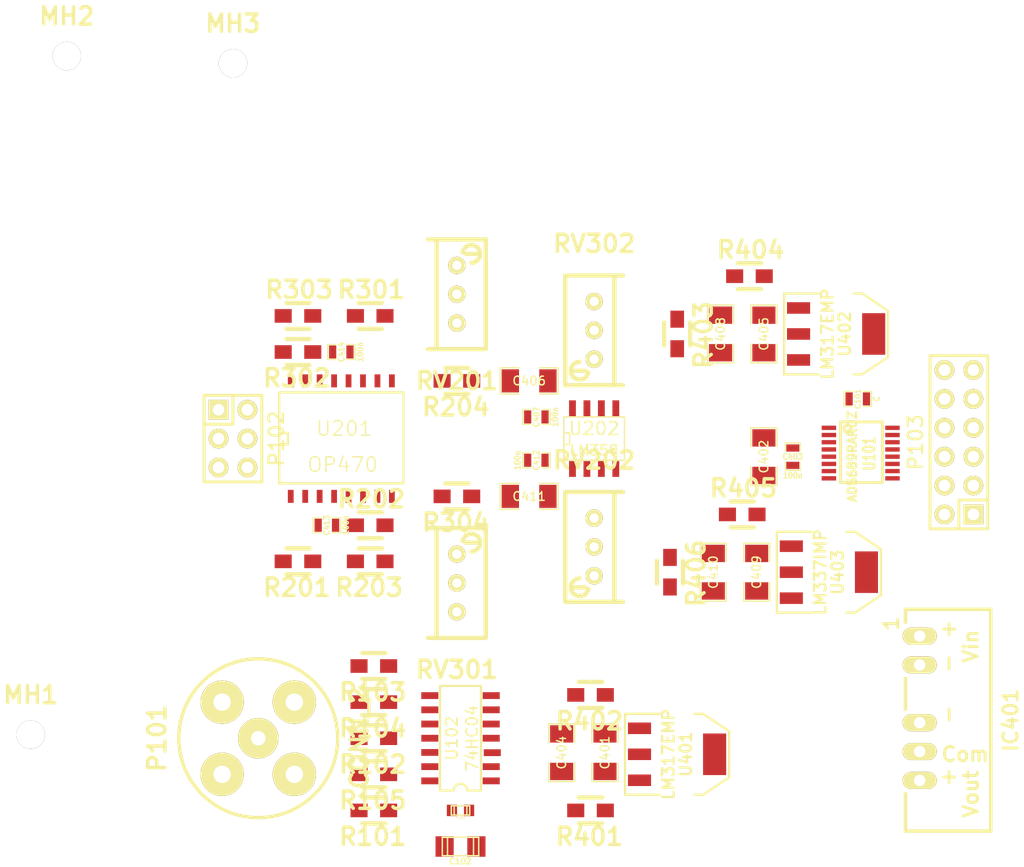
<source format=kicad_pcb>
(kicad_pcb (version 3) (host pcbnew "(2014-02-24 BZR 4719)-product")

  (general
    (links 128)
    (no_connects 128)
    (area 185.82023 19.177 274.490544 72.01916)
    (thickness 1.6)
    (drawings 0)
    (tracks 0)
    (zones 0)
    (modules 54)
    (nets 44)
  )

  (page A4)
  (layers
    (15 F.Cu signal)
    (0 B.Cu signal)
    (16 B.Adhes user)
    (17 F.Adhes user)
    (18 B.Paste user)
    (19 F.Paste user)
    (20 B.SilkS user)
    (21 F.SilkS user)
    (22 B.Mask user)
    (23 F.Mask user)
    (24 Dwgs.User user)
    (25 Cmts.User user)
    (26 Eco1.User user)
    (27 Eco2.User user)
    (28 Edge.Cuts user)
  )

  (setup
    (last_trace_width 0.254)
    (user_trace_width 0.3)
    (user_trace_width 0.5)
    (user_trace_width 1)
    (trace_clearance 0.254)
    (zone_clearance 0.508)
    (zone_45_only no)
    (trace_min 0.254)
    (segment_width 0.2)
    (edge_width 0.1)
    (via_size 0.889)
    (via_drill 0.635)
    (via_min_size 0.889)
    (via_min_drill 0.508)
    (uvia_size 0.508)
    (uvia_drill 0.127)
    (uvias_allowed no)
    (uvia_min_size 0.508)
    (uvia_min_drill 0.127)
    (pcb_text_width 0.3)
    (pcb_text_size 1.5 1.5)
    (mod_edge_width 0.15)
    (mod_text_size 1 1)
    (mod_text_width 0.15)
    (pad_size 1.5 1.5)
    (pad_drill 0.6)
    (pad_to_mask_clearance 0)
    (aux_axis_origin 0 0)
    (visible_elements 7FFCFFFF)
    (pcbplotparams
      (layerselection 3178497)
      (usegerberextensions true)
      (excludeedgelayer true)
      (linewidth 0.100000)
      (plotframeref false)
      (viasonmask false)
      (mode 1)
      (useauxorigin false)
      (hpglpennumber 1)
      (hpglpenspeed 20)
      (hpglpendiameter 15)
      (hpglpenoverlay 2)
      (psnegative false)
      (psa4output false)
      (plotreference true)
      (plotvalue true)
      (plotothertext true)
      (plotinvisibletext false)
      (padsonsilk false)
      (subtractmaskfromsilk false)
      (outputformat 1)
      (mirror false)
      (drillshape 1)
      (scaleselection 1)
      (outputdirectory ""))
  )

  (net 0 "")
  (net 1 +3.3VDAC)
  (net 2 +5VD)
  (net 3 -VAA)
  (net 4 /GAIN)
  (net 5 /MOD_IN)
  (net 6 /MOD_OUT)
  (net 7 /SCLK)
  (net 8 /SDIN)
  (net 9 /SDO)
  (net 10 /analog/+Vref)
  (net 11 /analog/In1)
  (net 12 /analog/Out1+)
  (net 13 /analog/Out1-)
  (net 14 /analog2/In1)
  (net 15 /analog2/Out1+)
  (net 16 /analog2/Out1-)
  (net 17 /powersupply/+Vin)
  (net 18 /powersupply/+Vout_unreg)
  (net 19 /powersupply/-Vout_unreg)
  (net 20 /~LDAC)
  (net 21 /~RESET)
  (net 22 /~SYNC)
  (net 23 DGND)
  (net 24 "Net-(C404-Pad1)")
  (net 25 "Net-(C408-Pad1)")
  (net 26 "Net-(C409-Pad2)")
  (net 27 "Net-(R101-Pad1)")
  (net 28 "Net-(R102-Pad1)")
  (net 29 "Net-(R103-Pad1)")
  (net 30 "Net-(R104-Pad1)")
  (net 31 "Net-(R105-Pad1)")
  (net 32 "Net-(R201-Pad1)")
  (net 33 "Net-(R202-Pad1)")
  (net 34 "Net-(R204-Pad2)")
  (net 35 "Net-(R301-Pad1)")
  (net 36 "Net-(R302-Pad1)")
  (net 37 "Net-(R304-Pad2)")
  (net 38 "Net-(RV201-Pad2)")
  (net 39 "Net-(RV202-Pad2)")
  (net 40 "Net-(RV301-Pad2)")
  (net 41 "Net-(RV302-Pad2)")
  (net 42 "Net-(U102-Pad1)")
  (net 43 VAA)

  (net_class Default "This is the default net class."
    (clearance 0.254)
    (trace_width 0.254)
    (via_dia 0.889)
    (via_drill 0.635)
    (uvia_dia 0.508)
    (uvia_drill 0.127)
    (add_net "")
    (add_net /GAIN)
    (add_net /MOD_IN)
    (add_net /SCLK)
    (add_net /SDIN)
    (add_net /SDO)
    (add_net /analog/In1)
    (add_net /analog/Out1+)
    (add_net /analog/Out1-)
    (add_net /analog2/In1)
    (add_net /analog2/Out1+)
    (add_net /analog2/Out1-)
    (add_net /~LDAC)
    (add_net /~RESET)
    (add_net /~SYNC)
    (add_net "Net-(C404-Pad1)")
    (add_net "Net-(C408-Pad1)")
    (add_net "Net-(C409-Pad2)")
    (add_net "Net-(R101-Pad1)")
    (add_net "Net-(R102-Pad1)")
    (add_net "Net-(R103-Pad1)")
    (add_net "Net-(R104-Pad1)")
    (add_net "Net-(R105-Pad1)")
    (add_net "Net-(R201-Pad1)")
    (add_net "Net-(R202-Pad1)")
    (add_net "Net-(R204-Pad2)")
    (add_net "Net-(R301-Pad1)")
    (add_net "Net-(R302-Pad1)")
    (add_net "Net-(R304-Pad2)")
    (add_net "Net-(RV201-Pad2)")
    (add_net "Net-(RV202-Pad2)")
    (add_net "Net-(RV301-Pad2)")
    (add_net "Net-(RV302-Pad2)")
    (add_net "Net-(U102-Pad1)")
  )

  (net_class Power ""
    (clearance 0.254)
    (trace_width 0.5)
    (via_dia 1)
    (via_drill 0.75)
    (uvia_dia 0.508)
    (uvia_drill 0.127)
    (add_net +3.3VDAC)
    (add_net +5VD)
    (add_net -VAA)
    (add_net /MOD_OUT)
    (add_net /analog/+Vref)
    (add_net /powersupply/+Vin)
    (add_net /powersupply/+Vout_unreg)
    (add_net /powersupply/-Vout_unreg)
    (add_net DGND)
    (add_net VAA)
  )

  (module Mounting_Holes:MountingHole_2-5mm (layer F.Cu) (tedit 53151217) (tstamp 53151120)
    (at 184.785 76.2)
    (descr "Mounting hole, Befestigungsbohrung, 2,5mm, No Annular, Kein Restring,")
    (tags "Mounting hole, Befestigungsbohrung, 2,5mm, No Annular, Kein Restring,")
    (fp_text reference MH1 (at 0 -3.50012) (layer F.SilkS)
      (effects (font (thickness 0.3048)))
    )
    (fp_text value MountingHole_2-5mm_RevA_Date21Jun2010 (at 0.09906 3.59918) (layer F.SilkS) hide
      (effects (font (thickness 0.3048)))
    )
    (fp_circle (center 0 0) (end 2.49936 0) (layer Cmts.User) (width 0.381))
    (pad 1 thru_hole circle (at 0 0) (size 2.49936 2.49936) (drill 2.49936) (layers))
  )

  (module Mounting_Holes:MountingHole_2-5mm (layer F.Cu) (tedit 5315120E) (tstamp 5315111B)
    (at 187.96 16.51)
    (descr "Mounting hole, Befestigungsbohrung, 2,5mm, No Annular, Kein Restring,")
    (tags "Mounting hole, Befestigungsbohrung, 2,5mm, No Annular, Kein Restring,")
    (fp_text reference MH2 (at 0 -3.50012) (layer F.SilkS)
      (effects (font (thickness 0.3048)))
    )
    (fp_text value MountingHole_2-5mm_RevA_Date21Jun2010 (at 0.09906 3.59918) (layer F.SilkS) hide
      (effects (font (thickness 0.3048)))
    )
    (fp_circle (center 0 0) (end 2.49936 0) (layer Cmts.User) (width 0.381))
    (pad 1 thru_hole circle (at 0 0) (size 2.49936 2.49936) (drill 2.49936) (layers))
  )

  (module Mounting_Holes:MountingHole_2-5mm (layer F.Cu) (tedit 53151220) (tstamp 53151116)
    (at 202.565 17.145)
    (descr "Mounting hole, Befestigungsbohrung, 2,5mm, No Annular, Kein Restring,")
    (tags "Mounting hole, Befestigungsbohrung, 2,5mm, No Annular, Kein Restring,")
    (fp_text reference MH3 (at 0 -3.50012) (layer F.SilkS)
      (effects (font (thickness 0.3048)))
    )
    (fp_text value MountingHole_2-5mm_RevA_Date21Jun2010 (at 0.09906 3.59918) (layer F.SilkS) hide
      (effects (font (thickness 0.3048)))
    )
    (fp_circle (center 0 0) (end 2.49936 0) (layer Cmts.User) (width 0.381))
    (pad 1 thru_hole circle (at 0 0) (size 2.49936 2.49936) (drill 2.49936) (layers))
  )

  (module Pin_Headers:Pin_Header_Straight_2x06 (layer F.Cu) (tedit 530FDEC9) (tstamp 52F98FC9)
    (at 266.3825 50.4825 90)
    (descr "1 pin")
    (tags "CONN DEV")
    (path /52F9A0A4)
    (fp_text reference P103 (at 0 -3.81 90) (layer F.SilkS)
      (effects (font (size 1.27 1.27) (thickness 0.2032)))
    )
    (fp_text value CONN_6X2 (at 0 0 90) (layer F.SilkS) hide
      (effects (font (size 1.27 1.27) (thickness 0.2032)))
    )
    (fp_line (start 7.62 -2.54) (end -7.62 -2.54) (layer F.SilkS) (width 0.254))
    (fp_line (start -5.08 2.54) (end 7.62 2.54) (layer F.SilkS) (width 0.254))
    (fp_line (start 7.62 -2.54) (end 7.62 2.54) (layer F.SilkS) (width 0.254))
    (fp_line (start -7.62 -2.54) (end -7.62 0) (layer F.SilkS) (width 0.254))
    (fp_line (start -7.62 2.54) (end -5.08 2.54) (layer F.SilkS) (width 0.254))
    (fp_line (start -7.62 0) (end -5.08 0) (layer F.SilkS) (width 0.254))
    (fp_line (start -5.08 0) (end -5.08 2.54) (layer F.SilkS) (width 0.254))
    (fp_line (start -7.62 2.54) (end -7.62 0) (layer F.SilkS) (width 0.254))
    (pad 1 thru_hole rect (at -6.35 1.27 90) (size 1.7272 1.7272) (drill 1.016) (layers *.Cu *.Mask F.SilkS)
      (net 1 +3.3VDAC))
    (pad 3 thru_hole oval (at -3.81 1.27 90) (size 1.7272 1.7272) (drill 1.016) (layers *.Cu *.Mask F.SilkS)
      (net 4 /GAIN))
    (pad 5 thru_hole oval (at -1.27 1.27 90) (size 1.7272 1.7272) (drill 1.016) (layers *.Cu *.Mask F.SilkS)
      (net 5 /MOD_IN))
    (pad 7 thru_hole oval (at 1.27 1.27 90) (size 1.7272 1.7272) (drill 1.016) (layers *.Cu *.Mask F.SilkS)
      (net 23 DGND))
    (pad 9 thru_hole oval (at 3.81 1.27 90) (size 1.7272 1.7272) (drill 1.016) (layers *.Cu *.Mask F.SilkS)
      (net 23 DGND))
    (pad 11 thru_hole oval (at 6.35 1.27 90) (size 1.7272 1.7272) (drill 1.016) (layers *.Cu *.Mask F.SilkS)
      (net 17 /powersupply/+Vin))
    (pad 12 thru_hole oval (at 6.35 -1.27 90) (size 1.7272 1.7272) (drill 1.016) (layers *.Cu *.Mask F.SilkS)
      (net 21 /~RESET))
    (pad 10 thru_hole oval (at 3.81 -1.27 90) (size 1.7272 1.7272) (drill 1.016) (layers *.Cu *.Mask F.SilkS)
      (net 8 /SDIN))
    (pad 8 thru_hole oval (at 1.27 -1.27 90) (size 1.7272 1.7272) (drill 1.016) (layers *.Cu *.Mask F.SilkS)
      (net 22 /~SYNC))
    (pad 6 thru_hole oval (at -1.27 -1.27 90) (size 1.7272 1.7272) (drill 1.016) (layers *.Cu *.Mask F.SilkS)
      (net 7 /SCLK))
    (pad 4 thru_hole oval (at -3.81 -1.27 90) (size 1.7272 1.7272) (drill 1.016) (layers *.Cu *.Mask F.SilkS)
      (net 20 /~LDAC))
    (pad 2 thru_hole oval (at -6.35 -1.27 90) (size 1.7272 1.7272) (drill 1.016) (layers *.Cu *.Mask F.SilkS)
      (net 9 /SDO))
    (model Pin_Headers/Pin_Header_Straight_2x06.wrl
      (at (xyz 0 0 0))
      (scale (xyz 1 1 1))
      (rotate (xyz 0 0 0))
    )
  )

  (module SMD_Packages:TSSOP16 (layer F.Cu) (tedit 530E830B) (tstamp 5311D5AE)
    (at 254.9525 49.2125 270)
    (path /52F40BAC)
    (attr smd)
    (fp_text reference U101 (at 2.27584 -3.54838 270) (layer F.SilkS)
      (effects (font (size 1.016 0.762) (thickness 0.1905)))
    )
    (fp_text value AD5689RARUZ (at 2.52476 -2.04978 270) (layer F.SilkS)
      (effects (font (size 0.762 0.762) (thickness 0.1905)))
    )
    (fp_line (start -0.51816 -4.70408) (end 4.81584 -4.70408) (layer F.SilkS) (width 0.254))
    (fp_line (start 4.81584 -4.70408) (end 4.81584 -1.02108) (layer F.SilkS) (width 0.254))
    (fp_line (start 4.81584 -1.02108) (end -0.51816 -1.02108) (layer F.SilkS) (width 0.254))
    (fp_line (start -0.51816 -1.02108) (end -0.51816 -4.70408) (layer F.SilkS) (width 0.254))
    (fp_circle (center 0.07366 -1.64084) (end -0.12954 -1.38684) (layer F.SilkS) (width 0.254))
    (pad 1 smd rect (at 0 0 270) (size 0.381 1.27) (layers F.Cu F.Paste F.Mask)
      (net 10 /analog/+Vref))
    (pad 2 smd rect (at 0.635 0 270) (size 0.381 1.27) (layers F.Cu F.Paste F.Mask))
    (pad 3 smd rect (at 1.27 0 270) (size 0.381 1.27) (layers F.Cu F.Paste F.Mask)
      (net 11 /analog/In1))
    (pad 4 smd rect (at 1.905 0 270) (size 0.381 1.27) (layers F.Cu F.Paste F.Mask)
      (net 23 DGND))
    (pad 5 smd rect (at 2.54 0 270) (size 0.381 1.27) (layers F.Cu F.Paste F.Mask)
      (net 2 +5VD))
    (pad 6 smd rect (at 3.175 0 270) (size 0.381 1.27) (layers F.Cu F.Paste F.Mask))
    (pad 7 smd rect (at 3.81 0 270) (size 0.381 1.27) (layers F.Cu F.Paste F.Mask)
      (net 14 /analog2/In1))
    (pad 8 smd rect (at 4.445 0 270) (size 0.381 1.27) (layers F.Cu F.Paste F.Mask)
      (net 9 /SDO))
    (pad 9 smd rect (at 4.445 -5.588 270) (size 0.381 1.27) (layers F.Cu F.Paste F.Mask)
      (net 20 /~LDAC))
    (pad 10 smd rect (at 3.81 -5.588 270) (size 0.381 1.27) (layers F.Cu F.Paste F.Mask)
      (net 4 /GAIN))
    (pad 11 smd rect (at 3.175 -5.588 270) (size 0.381 1.27) (layers F.Cu F.Paste F.Mask)
      (net 1 +3.3VDAC))
    (pad 12 smd rect (at 2.54 -5.588 270) (size 0.381 1.27) (layers F.Cu F.Paste F.Mask)
      (net 7 /SCLK))
    (pad 13 smd rect (at 1.905 -5.588 270) (size 0.381 1.27) (layers F.Cu F.Paste F.Mask)
      (net 22 /~SYNC))
    (pad 14 smd rect (at 1.27 -5.588 270) (size 0.381 1.27) (layers F.Cu F.Paste F.Mask)
      (net 8 /SDIN))
    (pad 15 smd rect (at 0.635 -5.588 270) (size 0.381 1.27) (layers F.Cu F.Paste F.Mask)
      (net 21 /~RESET))
    (pad 16 smd rect (at 0 -5.588 270) (size 0.381 1.27) (layers F.Cu F.Paste F.Mask)
      (net 1 +3.3VDAC))
    (model smd\smd_dil\tssop-16.wrl
      (at (xyz 0 0 0))
      (scale (xyz 1 1 1))
      (rotate (xyz 0 0 0))
    )
  )

  (module SMD_Packages:SM0603_Capa (layer F.Cu) (tedit 52F98CFF) (tstamp 52F98EBB)
    (at 257.4925 46.6725 180)
    (path /52F5B815)
    (attr smd)
    (fp_text reference C101 (at 0 0 270) (layer F.SilkS)
      (effects (font (size 0.508 0.4572) (thickness 0.1143)))
    )
    (fp_text value C (at -1.651 0 270) (layer F.SilkS)
      (effects (font (size 0.508 0.4572) (thickness 0.1143)))
    )
    (fp_line (start 0.50038 0.65024) (end 1.19888 0.65024) (layer F.SilkS) (width 0.11938))
    (fp_line (start -0.50038 0.65024) (end -1.19888 0.65024) (layer F.SilkS) (width 0.11938))
    (fp_line (start 0.50038 -0.65024) (end 1.19888 -0.65024) (layer F.SilkS) (width 0.11938))
    (fp_line (start -1.19888 -0.65024) (end -0.50038 -0.65024) (layer F.SilkS) (width 0.11938))
    (fp_line (start 1.19888 -0.635) (end 1.19888 0.635) (layer F.SilkS) (width 0.11938))
    (fp_line (start -1.19888 0.635) (end -1.19888 -0.635) (layer F.SilkS) (width 0.11938))
    (pad 1 smd rect (at -0.762 0 180) (size 0.635 1.143) (layers F.Cu F.Paste F.Mask)
      (net 1 +3.3VDAC))
    (pad 2 smd rect (at 0.762 0 180) (size 0.635 1.143) (layers F.Cu F.Paste F.Mask)
      (net 23 DGND))
    (model smd\capacitors\C0603.wrl
      (at (xyz 0 0 0.001))
      (scale (xyz 0.5 0.5 0.5))
      (rotate (xyz 0 0 0))
    )
  )

  (module Capacitors_SMD:c_1206 (layer F.Cu) (tedit 52F98D02) (tstamp 52F98EC7)
    (at 222.5675 86.0425 180)
    (descr "SMT capacitor, 1206")
    (path /52F9E309)
    (fp_text reference C102 (at 0.0254 -1.2954 180) (layer F.SilkS)
      (effects (font (size 0.50038 0.50038) (thickness 0.11938)))
    )
    (fp_text value C (at 0 1.27 180) (layer F.SilkS) hide
      (effects (font (size 0.50038 0.50038) (thickness 0.11938)))
    )
    (fp_line (start 1.143 0.8128) (end 1.143 -0.8128) (layer F.SilkS) (width 0.127))
    (fp_line (start -1.143 -0.8128) (end -1.143 0.8128) (layer F.SilkS) (width 0.127))
    (fp_line (start -1.6002 -0.8128) (end -1.6002 0.8128) (layer F.SilkS) (width 0.127))
    (fp_line (start -1.6002 0.8128) (end 1.6002 0.8128) (layer F.SilkS) (width 0.127))
    (fp_line (start 1.6002 0.8128) (end 1.6002 -0.8128) (layer F.SilkS) (width 0.127))
    (fp_line (start 1.6002 -0.8128) (end -1.6002 -0.8128) (layer F.SilkS) (width 0.127))
    (pad 1 smd rect (at 1.397 0 180) (size 1.6002 1.8034) (layers F.Cu F.Paste F.Mask)
      (net 2 +5VD))
    (pad 2 smd rect (at -1.397 0 180) (size 1.6002 1.8034) (layers F.Cu F.Paste F.Mask)
      (net 23 DGND))
    (model smd/capacitors/c_1206.wrl
      (at (xyz 0 0 0))
      (scale (xyz 1 1 1))
      (rotate (xyz 0 0 0))
    )
  )

  (module Capacitors_SMD:c_0603 (layer F.Cu) (tedit 52F98D02) (tstamp 52F98ED3)
    (at 222.5675 82.8675 180)
    (descr "SMT capacitor, 0603")
    (path /52F9E404)
    (fp_text reference C103 (at 0 -0.635 180) (layer F.SilkS)
      (effects (font (size 0.20066 0.20066) (thickness 0.04064)))
    )
    (fp_text value C (at 0 0.635 180) (layer F.SilkS) hide
      (effects (font (size 0.20066 0.20066) (thickness 0.04064)))
    )
    (fp_line (start 0.5588 0.4064) (end 0.5588 -0.4064) (layer F.SilkS) (width 0.127))
    (fp_line (start -0.5588 -0.381) (end -0.5588 0.4064) (layer F.SilkS) (width 0.127))
    (fp_line (start -0.8128 -0.4064) (end 0.8128 -0.4064) (layer F.SilkS) (width 0.127))
    (fp_line (start 0.8128 -0.4064) (end 0.8128 0.4064) (layer F.SilkS) (width 0.127))
    (fp_line (start 0.8128 0.4064) (end -0.8128 0.4064) (layer F.SilkS) (width 0.127))
    (fp_line (start -0.8128 0.4064) (end -0.8128 -0.4064) (layer F.SilkS) (width 0.127))
    (pad 1 smd rect (at 0.75184 0 180) (size 0.89916 1.00076) (layers F.Cu F.Paste F.Mask)
      (net 2 +5VD))
    (pad 2 smd rect (at -0.75184 0 180) (size 0.89916 1.00076) (layers F.Cu F.Paste F.Mask)
      (net 23 DGND))
    (model smd/capacitors/c_0603.wrl
      (at (xyz 0 0 0))
      (scale (xyz 1 1 1))
      (rotate (xyz 0 0 0))
    )
  )

  (module SMD_Packages:SM1206 (layer F.Cu) (tedit 52F98CFF) (tstamp 52F98EEB)
    (at 235.2675 77.7875 90)
    (path /52F4209D/52F4E098)
    (attr smd)
    (fp_text reference C401 (at 0 0 90) (layer F.SilkS)
      (effects (font (size 0.762 0.762) (thickness 0.127)))
    )
    (fp_text value 1u (at 0 0 90) (layer F.SilkS) hide
      (effects (font (size 0.762 0.762) (thickness 0.127)))
    )
    (fp_line (start -2.54 -1.143) (end -2.54 1.143) (layer F.SilkS) (width 0.127))
    (fp_line (start -2.54 1.143) (end -0.889 1.143) (layer F.SilkS) (width 0.127))
    (fp_line (start 0.889 -1.143) (end 2.54 -1.143) (layer F.SilkS) (width 0.127))
    (fp_line (start 2.54 -1.143) (end 2.54 1.143) (layer F.SilkS) (width 0.127))
    (fp_line (start 2.54 1.143) (end 0.889 1.143) (layer F.SilkS) (width 0.127))
    (fp_line (start -0.889 -1.143) (end -2.54 -1.143) (layer F.SilkS) (width 0.127))
    (pad 1 smd rect (at -1.651 0 90) (size 1.524 2.032) (layers F.Cu F.Paste F.Mask)
      (net 18 /powersupply/+Vout_unreg))
    (pad 2 smd rect (at 1.651 0 90) (size 1.524 2.032) (layers F.Cu F.Paste F.Mask)
      (net 23 DGND))
    (model smd/chip_cms.wrl
      (at (xyz 0 0 0))
      (scale (xyz 0.17 0.16 0.16))
      (rotate (xyz 0 0 0))
    )
  )

  (module SMD_Packages:SM1206 (layer F.Cu) (tedit 52F98CFF) (tstamp 52F98EF7)
    (at 249.2375 51.7525 90)
    (path /52F4209D/52F4E0BB)
    (attr smd)
    (fp_text reference C402 (at 0 0 90) (layer F.SilkS)
      (effects (font (size 0.762 0.762) (thickness 0.127)))
    )
    (fp_text value 1u (at 0 0 90) (layer F.SilkS) hide
      (effects (font (size 0.762 0.762) (thickness 0.127)))
    )
    (fp_line (start -2.54 -1.143) (end -2.54 1.143) (layer F.SilkS) (width 0.127))
    (fp_line (start -2.54 1.143) (end -0.889 1.143) (layer F.SilkS) (width 0.127))
    (fp_line (start 0.889 -1.143) (end 2.54 -1.143) (layer F.SilkS) (width 0.127))
    (fp_line (start 2.54 -1.143) (end 2.54 1.143) (layer F.SilkS) (width 0.127))
    (fp_line (start 2.54 1.143) (end 0.889 1.143) (layer F.SilkS) (width 0.127))
    (fp_line (start -0.889 -1.143) (end -2.54 -1.143) (layer F.SilkS) (width 0.127))
    (pad 1 smd rect (at -1.651 0 90) (size 1.524 2.032) (layers F.Cu F.Paste F.Mask)
      (net 2 +5VD))
    (pad 2 smd rect (at 1.651 0 90) (size 1.524 2.032) (layers F.Cu F.Paste F.Mask)
      (net 23 DGND))
    (model smd/chip_cms.wrl
      (at (xyz 0 0 0))
      (scale (xyz 0.17 0.16 0.16))
      (rotate (xyz 0 0 0))
    )
  )

  (module SMD_Packages:SM0603_Capa (layer F.Cu) (tedit 52F98CFF) (tstamp 52F98F03)
    (at 251.7775 51.7525 90)
    (path /52F4209D/52F4E0C6)
    (attr smd)
    (fp_text reference C403 (at 0 0 180) (layer F.SilkS)
      (effects (font (size 0.508 0.4572) (thickness 0.1143)))
    )
    (fp_text value 100n (at -1.651 0 180) (layer F.SilkS)
      (effects (font (size 0.508 0.4572) (thickness 0.1143)))
    )
    (fp_line (start 0.50038 0.65024) (end 1.19888 0.65024) (layer F.SilkS) (width 0.11938))
    (fp_line (start -0.50038 0.65024) (end -1.19888 0.65024) (layer F.SilkS) (width 0.11938))
    (fp_line (start 0.50038 -0.65024) (end 1.19888 -0.65024) (layer F.SilkS) (width 0.11938))
    (fp_line (start -1.19888 -0.65024) (end -0.50038 -0.65024) (layer F.SilkS) (width 0.11938))
    (fp_line (start 1.19888 -0.635) (end 1.19888 0.635) (layer F.SilkS) (width 0.11938))
    (fp_line (start -1.19888 0.635) (end -1.19888 -0.635) (layer F.SilkS) (width 0.11938))
    (pad 1 smd rect (at -0.762 0 90) (size 0.635 1.143) (layers F.Cu F.Paste F.Mask)
      (net 2 +5VD))
    (pad 2 smd rect (at 0.762 0 90) (size 0.635 1.143) (layers F.Cu F.Paste F.Mask)
      (net 23 DGND))
    (model smd\capacitors\C0603.wrl
      (at (xyz 0 0 0.001))
      (scale (xyz 0.5 0.5 0.5))
      (rotate (xyz 0 0 0))
    )
  )

  (module SMD_Packages:SM1206 (layer F.Cu) (tedit 52F98CFF) (tstamp 530FC55F)
    (at 231.4575 77.7875 90)
    (path /52F4209D/52F4E0A4)
    (attr smd)
    (fp_text reference C404 (at 0 0 90) (layer F.SilkS)
      (effects (font (size 0.762 0.762) (thickness 0.127)))
    )
    (fp_text value 10u (at 0 0 90) (layer F.SilkS) hide
      (effects (font (size 0.762 0.762) (thickness 0.127)))
    )
    (fp_line (start -2.54 -1.143) (end -2.54 1.143) (layer F.SilkS) (width 0.127))
    (fp_line (start -2.54 1.143) (end -0.889 1.143) (layer F.SilkS) (width 0.127))
    (fp_line (start 0.889 -1.143) (end 2.54 -1.143) (layer F.SilkS) (width 0.127))
    (fp_line (start 2.54 -1.143) (end 2.54 1.143) (layer F.SilkS) (width 0.127))
    (fp_line (start 2.54 1.143) (end 0.889 1.143) (layer F.SilkS) (width 0.127))
    (fp_line (start -0.889 -1.143) (end -2.54 -1.143) (layer F.SilkS) (width 0.127))
    (pad 1 smd rect (at -1.651 0 90) (size 1.524 2.032) (layers F.Cu F.Paste F.Mask)
      (net 24 "Net-(C404-Pad1)"))
    (pad 2 smd rect (at 1.651 0 90) (size 1.524 2.032) (layers F.Cu F.Paste F.Mask)
      (net 23 DGND))
    (model smd/chip_cms.wrl
      (at (xyz 0 0 0))
      (scale (xyz 0.17 0.16 0.16))
      (rotate (xyz 0 0 0))
    )
  )

  (module SMD_Packages:SM1206 (layer F.Cu) (tedit 52F98CFF) (tstamp 52F9951C)
    (at 249.2375 40.9575 90)
    (path /52F4209D/52F44BC8)
    (attr smd)
    (fp_text reference C405 (at 0 0 90) (layer F.SilkS)
      (effects (font (size 0.762 0.762) (thickness 0.127)))
    )
    (fp_text value 1u (at 0 0 90) (layer F.SilkS) hide
      (effects (font (size 0.762 0.762) (thickness 0.127)))
    )
    (fp_line (start -2.54 -1.143) (end -2.54 1.143) (layer F.SilkS) (width 0.127))
    (fp_line (start -2.54 1.143) (end -0.889 1.143) (layer F.SilkS) (width 0.127))
    (fp_line (start 0.889 -1.143) (end 2.54 -1.143) (layer F.SilkS) (width 0.127))
    (fp_line (start 2.54 -1.143) (end 2.54 1.143) (layer F.SilkS) (width 0.127))
    (fp_line (start 2.54 1.143) (end 0.889 1.143) (layer F.SilkS) (width 0.127))
    (fp_line (start -0.889 -1.143) (end -2.54 -1.143) (layer F.SilkS) (width 0.127))
    (pad 1 smd rect (at -1.651 0 90) (size 1.524 2.032) (layers F.Cu F.Paste F.Mask)
      (net 18 /powersupply/+Vout_unreg))
    (pad 2 smd rect (at 1.651 0 90) (size 1.524 2.032) (layers F.Cu F.Paste F.Mask)
      (net 23 DGND))
    (model smd/chip_cms.wrl
      (at (xyz 0 0 0))
      (scale (xyz 0.17 0.16 0.16))
      (rotate (xyz 0 0 0))
    )
  )

  (module SMD_Packages:SM1206 (layer F.Cu) (tedit 52F98CFF) (tstamp 52F98F27)
    (at 228.6 45.085 180)
    (path /52F4209D/52F4DDE2)
    (attr smd)
    (fp_text reference C406 (at 0 0 180) (layer F.SilkS)
      (effects (font (size 0.762 0.762) (thickness 0.127)))
    )
    (fp_text value 1u (at 0 0 180) (layer F.SilkS) hide
      (effects (font (size 0.762 0.762) (thickness 0.127)))
    )
    (fp_line (start -2.54 -1.143) (end -2.54 1.143) (layer F.SilkS) (width 0.127))
    (fp_line (start -2.54 1.143) (end -0.889 1.143) (layer F.SilkS) (width 0.127))
    (fp_line (start 0.889 -1.143) (end 2.54 -1.143) (layer F.SilkS) (width 0.127))
    (fp_line (start 2.54 -1.143) (end 2.54 1.143) (layer F.SilkS) (width 0.127))
    (fp_line (start 2.54 1.143) (end 0.889 1.143) (layer F.SilkS) (width 0.127))
    (fp_line (start -0.889 -1.143) (end -2.54 -1.143) (layer F.SilkS) (width 0.127))
    (pad 1 smd rect (at -1.651 0 180) (size 1.524 2.032) (layers F.Cu F.Paste F.Mask)
      (net 43 VAA))
    (pad 2 smd rect (at 1.651 0 180) (size 1.524 2.032) (layers F.Cu F.Paste F.Mask)
      (net 23 DGND))
    (model smd/chip_cms.wrl
      (at (xyz 0 0 0))
      (scale (xyz 0.17 0.16 0.16))
      (rotate (xyz 0 0 0))
    )
  )

  (module SMD_Packages:SM0603_Capa (layer F.Cu) (tedit 52F98CFF) (tstamp 52F98F33)
    (at 229.235 48.26 180)
    (path /52F4209D/52F4DF8B)
    (attr smd)
    (fp_text reference C407 (at 0 0 270) (layer F.SilkS)
      (effects (font (size 0.508 0.4572) (thickness 0.1143)))
    )
    (fp_text value 100n (at -1.651 0 270) (layer F.SilkS)
      (effects (font (size 0.508 0.4572) (thickness 0.1143)))
    )
    (fp_line (start 0.50038 0.65024) (end 1.19888 0.65024) (layer F.SilkS) (width 0.11938))
    (fp_line (start -0.50038 0.65024) (end -1.19888 0.65024) (layer F.SilkS) (width 0.11938))
    (fp_line (start 0.50038 -0.65024) (end 1.19888 -0.65024) (layer F.SilkS) (width 0.11938))
    (fp_line (start -1.19888 -0.65024) (end -0.50038 -0.65024) (layer F.SilkS) (width 0.11938))
    (fp_line (start 1.19888 -0.635) (end 1.19888 0.635) (layer F.SilkS) (width 0.11938))
    (fp_line (start -1.19888 0.635) (end -1.19888 -0.635) (layer F.SilkS) (width 0.11938))
    (pad 1 smd rect (at -0.762 0 180) (size 0.635 1.143) (layers F.Cu F.Paste F.Mask)
      (net 43 VAA))
    (pad 2 smd rect (at 0.762 0 180) (size 0.635 1.143) (layers F.Cu F.Paste F.Mask)
      (net 23 DGND))
    (model smd\capacitors\C0603.wrl
      (at (xyz 0 0 0.001))
      (scale (xyz 0.5 0.5 0.5))
      (rotate (xyz 0 0 0))
    )
  )

  (module SMD_Packages:SM1206 (layer F.Cu) (tedit 52F98CFF) (tstamp 52F98F3F)
    (at 245.4275 40.9575 90)
    (path /52F4209D/52F4DA21)
    (attr smd)
    (fp_text reference C408 (at 0 0 90) (layer F.SilkS)
      (effects (font (size 0.762 0.762) (thickness 0.127)))
    )
    (fp_text value 10u (at 0 0 90) (layer F.SilkS) hide
      (effects (font (size 0.762 0.762) (thickness 0.127)))
    )
    (fp_line (start -2.54 -1.143) (end -2.54 1.143) (layer F.SilkS) (width 0.127))
    (fp_line (start -2.54 1.143) (end -0.889 1.143) (layer F.SilkS) (width 0.127))
    (fp_line (start 0.889 -1.143) (end 2.54 -1.143) (layer F.SilkS) (width 0.127))
    (fp_line (start 2.54 -1.143) (end 2.54 1.143) (layer F.SilkS) (width 0.127))
    (fp_line (start 2.54 1.143) (end 0.889 1.143) (layer F.SilkS) (width 0.127))
    (fp_line (start -0.889 -1.143) (end -2.54 -1.143) (layer F.SilkS) (width 0.127))
    (pad 1 smd rect (at -1.651 0 90) (size 1.524 2.032) (layers F.Cu F.Paste F.Mask)
      (net 25 "Net-(C408-Pad1)"))
    (pad 2 smd rect (at 1.651 0 90) (size 1.524 2.032) (layers F.Cu F.Paste F.Mask)
      (net 23 DGND))
    (model smd/chip_cms.wrl
      (at (xyz 0 0 0))
      (scale (xyz 0.17 0.16 0.16))
      (rotate (xyz 0 0 0))
    )
  )

  (module SMD_Packages:SM1206 (layer F.Cu) (tedit 52F98CFF) (tstamp 52F98F4B)
    (at 248.6025 61.9125 270)
    (path /52F4209D/52F4DC03)
    (attr smd)
    (fp_text reference C409 (at 0 0 270) (layer F.SilkS)
      (effects (font (size 0.762 0.762) (thickness 0.127)))
    )
    (fp_text value 10u (at 0 0 270) (layer F.SilkS) hide
      (effects (font (size 0.762 0.762) (thickness 0.127)))
    )
    (fp_line (start -2.54 -1.143) (end -2.54 1.143) (layer F.SilkS) (width 0.127))
    (fp_line (start -2.54 1.143) (end -0.889 1.143) (layer F.SilkS) (width 0.127))
    (fp_line (start 0.889 -1.143) (end 2.54 -1.143) (layer F.SilkS) (width 0.127))
    (fp_line (start 2.54 -1.143) (end 2.54 1.143) (layer F.SilkS) (width 0.127))
    (fp_line (start 2.54 1.143) (end 0.889 1.143) (layer F.SilkS) (width 0.127))
    (fp_line (start -0.889 -1.143) (end -2.54 -1.143) (layer F.SilkS) (width 0.127))
    (pad 1 smd rect (at -1.651 0 270) (size 1.524 2.032) (layers F.Cu F.Paste F.Mask)
      (net 23 DGND))
    (pad 2 smd rect (at 1.651 0 270) (size 1.524 2.032) (layers F.Cu F.Paste F.Mask)
      (net 26 "Net-(C409-Pad2)"))
    (model smd/chip_cms.wrl
      (at (xyz 0 0 0))
      (scale (xyz 0.17 0.16 0.16))
      (rotate (xyz 0 0 0))
    )
  )

  (module SMD_Packages:SM1206 (layer F.Cu) (tedit 52F98CFF) (tstamp 52F98F57)
    (at 244.7925 61.9125 270)
    (path /52F4209D/52F4DB2D)
    (attr smd)
    (fp_text reference C410 (at 0 0 270) (layer F.SilkS)
      (effects (font (size 0.762 0.762) (thickness 0.127)))
    )
    (fp_text value 1u (at 0 0 270) (layer F.SilkS) hide
      (effects (font (size 0.762 0.762) (thickness 0.127)))
    )
    (fp_line (start -2.54 -1.143) (end -2.54 1.143) (layer F.SilkS) (width 0.127))
    (fp_line (start -2.54 1.143) (end -0.889 1.143) (layer F.SilkS) (width 0.127))
    (fp_line (start 0.889 -1.143) (end 2.54 -1.143) (layer F.SilkS) (width 0.127))
    (fp_line (start 2.54 -1.143) (end 2.54 1.143) (layer F.SilkS) (width 0.127))
    (fp_line (start 2.54 1.143) (end 0.889 1.143) (layer F.SilkS) (width 0.127))
    (fp_line (start -0.889 -1.143) (end -2.54 -1.143) (layer F.SilkS) (width 0.127))
    (pad 1 smd rect (at -1.651 0 270) (size 1.524 2.032) (layers F.Cu F.Paste F.Mask)
      (net 23 DGND))
    (pad 2 smd rect (at 1.651 0 270) (size 1.524 2.032) (layers F.Cu F.Paste F.Mask)
      (net 19 /powersupply/-Vout_unreg))
    (model smd/chip_cms.wrl
      (at (xyz 0 0 0))
      (scale (xyz 0.17 0.16 0.16))
      (rotate (xyz 0 0 0))
    )
  )

  (module SMD_Packages:SM1206 (layer F.Cu) (tedit 52F98CFF) (tstamp 52F98F63)
    (at 228.6 55.245)
    (path /52F4209D/52F4DDED)
    (attr smd)
    (fp_text reference C411 (at 0 0) (layer F.SilkS)
      (effects (font (size 0.762 0.762) (thickness 0.127)))
    )
    (fp_text value 1u (at 0 0) (layer F.SilkS) hide
      (effects (font (size 0.762 0.762) (thickness 0.127)))
    )
    (fp_line (start -2.54 -1.143) (end -2.54 1.143) (layer F.SilkS) (width 0.127))
    (fp_line (start -2.54 1.143) (end -0.889 1.143) (layer F.SilkS) (width 0.127))
    (fp_line (start 0.889 -1.143) (end 2.54 -1.143) (layer F.SilkS) (width 0.127))
    (fp_line (start 2.54 -1.143) (end 2.54 1.143) (layer F.SilkS) (width 0.127))
    (fp_line (start 2.54 1.143) (end 0.889 1.143) (layer F.SilkS) (width 0.127))
    (fp_line (start -0.889 -1.143) (end -2.54 -1.143) (layer F.SilkS) (width 0.127))
    (pad 1 smd rect (at -1.651 0) (size 1.524 2.032) (layers F.Cu F.Paste F.Mask)
      (net 23 DGND))
    (pad 2 smd rect (at 1.651 0) (size 1.524 2.032) (layers F.Cu F.Paste F.Mask)
      (net 3 -VAA))
    (model smd/chip_cms.wrl
      (at (xyz 0 0 0))
      (scale (xyz 0.17 0.16 0.16))
      (rotate (xyz 0 0 0))
    )
  )

  (module SMD_Packages:SM0603_Capa (layer F.Cu) (tedit 52F98CFF) (tstamp 52F98F6F)
    (at 229.235 52.07)
    (path /52F4209D/52F4DF96)
    (attr smd)
    (fp_text reference C412 (at 0 0 90) (layer F.SilkS)
      (effects (font (size 0.508 0.4572) (thickness 0.1143)))
    )
    (fp_text value 100n (at -1.651 0 90) (layer F.SilkS)
      (effects (font (size 0.508 0.4572) (thickness 0.1143)))
    )
    (fp_line (start 0.50038 0.65024) (end 1.19888 0.65024) (layer F.SilkS) (width 0.11938))
    (fp_line (start -0.50038 0.65024) (end -1.19888 0.65024) (layer F.SilkS) (width 0.11938))
    (fp_line (start 0.50038 -0.65024) (end 1.19888 -0.65024) (layer F.SilkS) (width 0.11938))
    (fp_line (start -1.19888 -0.65024) (end -0.50038 -0.65024) (layer F.SilkS) (width 0.11938))
    (fp_line (start 1.19888 -0.635) (end 1.19888 0.635) (layer F.SilkS) (width 0.11938))
    (fp_line (start -1.19888 0.635) (end -1.19888 -0.635) (layer F.SilkS) (width 0.11938))
    (pad 1 smd rect (at -0.762 0) (size 0.635 1.143) (layers F.Cu F.Paste F.Mask)
      (net 23 DGND))
    (pad 2 smd rect (at 0.762 0) (size 0.635 1.143) (layers F.Cu F.Paste F.Mask)
      (net 3 -VAA))
    (model smd\capacitors\C0603.wrl
      (at (xyz 0 0 0.001))
      (scale (xyz 0.5 0.5 0.5))
      (rotate (xyz 0 0 0))
    )
  )

  (module DCDCs:DCDC-Conv_TRACO_TMH-xxxx_Dual_RevA_27Mar2011 (layer F.Cu) (tedit 4D8FB8BA) (tstamp 52F98F86)
    (at 265.43 74.93 270)
    (descr "DCDC-Converter, TRACO, TMH-xxxx, Dual output, RevA, 27Mar2011")
    (tags "DCDC-Converter, TRACO, TMH-xxxx, Dual output, RevA, 27Mar2011")
    (path /52F4209D/52F42F52)
    (fp_text reference IC401 (at 0 -5.4991 270) (layer F.SilkS)
      (effects (font (size 1.27 1.27) (thickness 0.254)))
    )
    (fp_text value DCDC-CONV_TRACO_TMH-XXXX_Dual_REVA_27MAR2011 (at 0 7.9502 270) (layer F.SilkS) hide
      (effects (font (size 1.27 1.27) (thickness 0.254)))
    )
    (fp_text user 1 (at -8.49884 5.00126 270) (layer F.SilkS)
      (effects (font (size 1.27 1.27) (thickness 0.254)))
    )
    (fp_text user Vout (at 6.49986 -1.99898 270) (layer F.SilkS)
      (effects (font (size 1.27 1.27) (thickness 0.254)))
    )
    (fp_text user Vin (at -6.49986 -1.99898 270) (layer F.SilkS)
      (effects (font (size 1.27 1.27) (thickness 0.254)))
    )
    (fp_text user Com (at 2.99974 -1.50114 360) (layer F.SilkS)
      (effects (font (size 1.27 1.27) (thickness 0.254)))
    )
    (fp_text user + (at 5.00126 0 270) (layer F.SilkS)
      (effects (font (size 1.27 1.27) (thickness 0.254)))
    )
    (fp_text user - (at -0.50038 0 270) (layer F.SilkS)
      (effects (font (size 1.27 1.27) (thickness 0.254)))
    )
    (fp_text user - (at -5.00126 0 270) (layer F.SilkS)
      (effects (font (size 1.27 1.27) (thickness 0.254)))
    )
    (fp_text user + (at -8.001 0 270) (layer F.SilkS)
      (effects (font (size 1.27 1.27) (thickness 0.254)))
    )
    (fp_line (start -8.60044 3.74904) (end -9.75106 3.74904) (layer F.SilkS) (width 0.3048))
    (fp_line (start -0.94996 3.74904) (end -3.70078 3.74904) (layer F.SilkS) (width 0.3048))
    (fp_line (start 9.75106 3.74904) (end 6.44906 3.74904) (layer F.SilkS) (width 0.3048))
    (fp_line (start 9.75106 3.74904) (end 9.75106 -3.74904) (layer F.SilkS) (width 0.3048))
    (fp_line (start 9.75106 -3.74904) (end -9.75106 -3.74904) (layer F.SilkS) (width 0.3048))
    (fp_line (start -9.75106 -3.74904) (end -9.75106 3.74904) (layer F.SilkS) (width 0.3048))
    (pad 1 thru_hole oval (at -7.39902 2.49936 270) (size 1.50114 2.99974) (drill 1.00076) (layers *.Cu *.Mask F.SilkS)
      (net 17 /powersupply/+Vin))
    (pad 2 thru_hole oval (at -4.85902 2.49936 270) (size 1.50114 2.99974) (drill 1.00076) (layers *.Cu *.Mask F.SilkS)
      (net 23 DGND))
    (pad 4 thru_hole oval (at 0.22098 2.49936 270) (size 1.50114 2.99974) (drill 1.00076) (layers *.Cu *.Mask F.SilkS)
      (net 19 /powersupply/-Vout_unreg))
    (pad 5 thru_hole oval (at 2.76098 2.49936 270) (size 1.50114 2.99974) (drill 1.00076) (layers *.Cu *.Mask F.SilkS)
      (net 23 DGND))
    (pad 6 thru_hole oval (at 5.30098 2.49936 270) (size 1.50114 2.99974) (drill 1.00076) (layers *.Cu *.Mask F.SilkS)
      (net 18 /powersupply/+Vout_unreg))
  )

  (module Pin_Headers:Pin_Header_Straight_2x03 (layer F.Cu) (tedit 52F98D02) (tstamp 52F98FB1)
    (at 202.565 50.165 270)
    (descr "1 pin")
    (tags "CONN DEV")
    (path /52F5F03E)
    (fp_text reference P102 (at 0 -3.81 270) (layer F.SilkS)
      (effects (font (size 1.27 1.27) (thickness 0.2032)))
    )
    (fp_text value CONN_3X2 (at 0 0 270) (layer F.SilkS) hide
      (effects (font (size 1.27 1.27) (thickness 0.2032)))
    )
    (fp_line (start -3.81 0) (end -1.27 0) (layer F.SilkS) (width 0.254))
    (fp_line (start -1.27 0) (end -1.27 2.54) (layer F.SilkS) (width 0.254))
    (fp_line (start -3.81 2.54) (end 3.81 2.54) (layer F.SilkS) (width 0.254))
    (fp_line (start 3.81 2.54) (end 3.81 -2.54) (layer F.SilkS) (width 0.254))
    (fp_line (start 3.81 -2.54) (end -1.27 -2.54) (layer F.SilkS) (width 0.254))
    (fp_line (start -3.81 2.54) (end -3.81 0) (layer F.SilkS) (width 0.254))
    (fp_line (start -3.81 -2.54) (end -3.81 0) (layer F.SilkS) (width 0.254))
    (fp_line (start -1.27 -2.54) (end -3.81 -2.54) (layer F.SilkS) (width 0.254))
    (pad 1 thru_hole rect (at -2.54 1.27 270) (size 1.7272 1.7272) (drill 1.016) (layers *.Cu *.Mask F.SilkS)
      (net 23 DGND))
    (pad 2 thru_hole oval (at 0 1.27 270) (size 1.7272 1.7272) (drill 1.016) (layers *.Cu *.Mask F.SilkS)
      (net 23 DGND))
    (pad 3 thru_hole oval (at 2.54 1.27 270) (size 1.7272 1.7272) (drill 1.016) (layers *.Cu *.Mask F.SilkS)
      (net 16 /analog2/Out1-))
    (pad 4 thru_hole oval (at 2.54 -1.27 270) (size 1.7272 1.7272) (drill 1.016) (layers *.Cu *.Mask F.SilkS)
      (net 13 /analog/Out1-))
    (pad 5 thru_hole oval (at 0 -1.27 270) (size 1.7272 1.7272) (drill 1.016) (layers *.Cu *.Mask F.SilkS)
      (net 15 /analog2/Out1+))
    (pad 6 thru_hole oval (at -2.54 -1.27 270) (size 1.7272 1.7272) (drill 1.016) (layers *.Cu *.Mask F.SilkS)
      (net 12 /analog/Out1+))
    (model Pin_Headers/Pin_Header_Straight_2x03.wrl
      (at (xyz 0 0 0))
      (scale (xyz 1 1 1))
      (rotate (xyz 0 0 0))
    )
  )

  (module Resistors_SMD:Resistor_SMD0805_HandSoldering (layer F.Cu) (tedit 52F98D00) (tstamp 52F98FD3)
    (at 214.9475 82.8675 180)
    (descr "Resistor, SMD, 0805, Hand soldering,")
    (tags "Resistor, SMD, 0805, Hand soldering,")
    (path /52F985DA)
    (attr smd)
    (fp_text reference R101 (at 0.09906 -2.30124 180) (layer F.SilkS)
      (effects (font (thickness 0.3048)))
    )
    (fp_text value R (at 0.20066 2.60096 180) (layer F.SilkS) hide
      (effects (font (thickness 0.3048)))
    )
    (fp_line (start 0 -1.143) (end -1.016 -1.143) (layer F.SilkS) (width 0.381))
    (fp_line (start 0 -1.143) (end 1.016 -1.143) (layer F.SilkS) (width 0.381))
    (fp_line (start 0 1.143) (end -1.016 1.143) (layer F.SilkS) (width 0.381))
    (fp_line (start 0 1.143) (end 1.016 1.143) (layer F.SilkS) (width 0.381))
    (pad 1 smd rect (at -1.30048 0 180) (size 1.50114 1.19888) (layers F.Cu F.Paste F.Mask)
      (net 27 "Net-(R101-Pad1)"))
    (pad 2 smd rect (at 1.30048 0 180) (size 1.50114 1.19888) (layers F.Cu F.Paste F.Mask)
      (net 6 /MOD_OUT))
  )

  (module Resistors_SMD:Resistor_SMD0805_HandSoldering (layer F.Cu) (tedit 52F98D00) (tstamp 52F98FDD)
    (at 214.9475 76.5175 180)
    (descr "Resistor, SMD, 0805, Hand soldering,")
    (tags "Resistor, SMD, 0805, Hand soldering,")
    (path /52F985EC)
    (attr smd)
    (fp_text reference R102 (at 0.09906 -2.30124 180) (layer F.SilkS)
      (effects (font (thickness 0.3048)))
    )
    (fp_text value R (at 0.20066 2.60096 180) (layer F.SilkS) hide
      (effects (font (thickness 0.3048)))
    )
    (fp_line (start 0 -1.143) (end -1.016 -1.143) (layer F.SilkS) (width 0.381))
    (fp_line (start 0 -1.143) (end 1.016 -1.143) (layer F.SilkS) (width 0.381))
    (fp_line (start 0 1.143) (end -1.016 1.143) (layer F.SilkS) (width 0.381))
    (fp_line (start 0 1.143) (end 1.016 1.143) (layer F.SilkS) (width 0.381))
    (pad 1 smd rect (at -1.30048 0 180) (size 1.50114 1.19888) (layers F.Cu F.Paste F.Mask)
      (net 28 "Net-(R102-Pad1)"))
    (pad 2 smd rect (at 1.30048 0 180) (size 1.50114 1.19888) (layers F.Cu F.Paste F.Mask)
      (net 6 /MOD_OUT))
  )

  (module Resistors_SMD:Resistor_SMD0805_HandSoldering (layer F.Cu) (tedit 52F98D00) (tstamp 52F98FE7)
    (at 214.9475 70.1675 180)
    (descr "Resistor, SMD, 0805, Hand soldering,")
    (tags "Resistor, SMD, 0805, Hand soldering,")
    (path /52F985F7)
    (attr smd)
    (fp_text reference R103 (at 0.09906 -2.30124 180) (layer F.SilkS)
      (effects (font (thickness 0.3048)))
    )
    (fp_text value R (at 0.20066 2.60096 180) (layer F.SilkS) hide
      (effects (font (thickness 0.3048)))
    )
    (fp_line (start 0 -1.143) (end -1.016 -1.143) (layer F.SilkS) (width 0.381))
    (fp_line (start 0 -1.143) (end 1.016 -1.143) (layer F.SilkS) (width 0.381))
    (fp_line (start 0 1.143) (end -1.016 1.143) (layer F.SilkS) (width 0.381))
    (fp_line (start 0 1.143) (end 1.016 1.143) (layer F.SilkS) (width 0.381))
    (pad 1 smd rect (at -1.30048 0 180) (size 1.50114 1.19888) (layers F.Cu F.Paste F.Mask)
      (net 29 "Net-(R103-Pad1)"))
    (pad 2 smd rect (at 1.30048 0 180) (size 1.50114 1.19888) (layers F.Cu F.Paste F.Mask)
      (net 6 /MOD_OUT))
  )

  (module Resistors_SMD:Resistor_SMD0805_HandSoldering (layer F.Cu) (tedit 52F98D00) (tstamp 52F98FF1)
    (at 214.9475 73.3425 180)
    (descr "Resistor, SMD, 0805, Hand soldering,")
    (tags "Resistor, SMD, 0805, Hand soldering,")
    (path /52F98602)
    (attr smd)
    (fp_text reference R104 (at 0.09906 -2.30124 180) (layer F.SilkS)
      (effects (font (thickness 0.3048)))
    )
    (fp_text value R (at 0.20066 2.60096 180) (layer F.SilkS) hide
      (effects (font (thickness 0.3048)))
    )
    (fp_line (start 0 -1.143) (end -1.016 -1.143) (layer F.SilkS) (width 0.381))
    (fp_line (start 0 -1.143) (end 1.016 -1.143) (layer F.SilkS) (width 0.381))
    (fp_line (start 0 1.143) (end -1.016 1.143) (layer F.SilkS) (width 0.381))
    (fp_line (start 0 1.143) (end 1.016 1.143) (layer F.SilkS) (width 0.381))
    (pad 1 smd rect (at -1.30048 0 180) (size 1.50114 1.19888) (layers F.Cu F.Paste F.Mask)
      (net 30 "Net-(R104-Pad1)"))
    (pad 2 smd rect (at 1.30048 0 180) (size 1.50114 1.19888) (layers F.Cu F.Paste F.Mask)
      (net 6 /MOD_OUT))
  )

  (module Resistors_SMD:Resistor_SMD0805_HandSoldering (layer F.Cu) (tedit 52F98D00) (tstamp 52F98FFB)
    (at 214.9475 79.6925 180)
    (descr "Resistor, SMD, 0805, Hand soldering,")
    (tags "Resistor, SMD, 0805, Hand soldering,")
    (path /52F9860D)
    (attr smd)
    (fp_text reference R105 (at 0.09906 -2.30124 180) (layer F.SilkS)
      (effects (font (thickness 0.3048)))
    )
    (fp_text value R (at 0.20066 2.60096 180) (layer F.SilkS) hide
      (effects (font (thickness 0.3048)))
    )
    (fp_line (start 0 -1.143) (end -1.016 -1.143) (layer F.SilkS) (width 0.381))
    (fp_line (start 0 -1.143) (end 1.016 -1.143) (layer F.SilkS) (width 0.381))
    (fp_line (start 0 1.143) (end -1.016 1.143) (layer F.SilkS) (width 0.381))
    (fp_line (start 0 1.143) (end 1.016 1.143) (layer F.SilkS) (width 0.381))
    (pad 1 smd rect (at -1.30048 0 180) (size 1.50114 1.19888) (layers F.Cu F.Paste F.Mask)
      (net 31 "Net-(R105-Pad1)"))
    (pad 2 smd rect (at 1.30048 0 180) (size 1.50114 1.19888) (layers F.Cu F.Paste F.Mask)
      (net 6 /MOD_OUT))
  )

  (module Resistors_SMD:Resistor_SMD0805_HandSoldering (layer F.Cu) (tedit 52F98D00) (tstamp 52F99019)
    (at 208.28 60.96 180)
    (descr "Resistor, SMD, 0805, Hand soldering,")
    (tags "Resistor, SMD, 0805, Hand soldering,")
    (path /52F5483C/52F562DE)
    (attr smd)
    (fp_text reference R201 (at 0.09906 -2.30124 180) (layer F.SilkS)
      (effects (font (thickness 0.3048)))
    )
    (fp_text value 10k (at 0.20066 2.60096 180) (layer F.SilkS) hide
      (effects (font (thickness 0.3048)))
    )
    (fp_line (start 0 -1.143) (end -1.016 -1.143) (layer F.SilkS) (width 0.381))
    (fp_line (start 0 -1.143) (end 1.016 -1.143) (layer F.SilkS) (width 0.381))
    (fp_line (start 0 1.143) (end -1.016 1.143) (layer F.SilkS) (width 0.381))
    (fp_line (start 0 1.143) (end 1.016 1.143) (layer F.SilkS) (width 0.381))
    (pad 1 smd rect (at -1.30048 0 180) (size 1.50114 1.19888) (layers F.Cu F.Paste F.Mask)
      (net 32 "Net-(R201-Pad1)"))
    (pad 2 smd rect (at 1.30048 0 180) (size 1.50114 1.19888) (layers F.Cu F.Paste F.Mask)
      (net 13 /analog/Out1-))
  )

  (module Resistors_SMD:Resistor_SMD0805_HandSoldering (layer F.Cu) (tedit 52F98D00) (tstamp 52F99023)
    (at 214.63 57.785)
    (descr "Resistor, SMD, 0805, Hand soldering,")
    (tags "Resistor, SMD, 0805, Hand soldering,")
    (path /52F5483C/52F562BE)
    (attr smd)
    (fp_text reference R202 (at 0.09906 -2.30124) (layer F.SilkS)
      (effects (font (thickness 0.3048)))
    )
    (fp_text value 47k (at 0.20066 2.60096) (layer F.SilkS) hide
      (effects (font (thickness 0.3048)))
    )
    (fp_line (start 0 -1.143) (end -1.016 -1.143) (layer F.SilkS) (width 0.381))
    (fp_line (start 0 -1.143) (end 1.016 -1.143) (layer F.SilkS) (width 0.381))
    (fp_line (start 0 1.143) (end -1.016 1.143) (layer F.SilkS) (width 0.381))
    (fp_line (start 0 1.143) (end 1.016 1.143) (layer F.SilkS) (width 0.381))
    (pad 1 smd rect (at -1.30048 0) (size 1.50114 1.19888) (layers F.Cu F.Paste F.Mask)
      (net 33 "Net-(R202-Pad1)"))
    (pad 2 smd rect (at 1.30048 0) (size 1.50114 1.19888) (layers F.Cu F.Paste F.Mask)
      (net 12 /analog/Out1+))
  )

  (module Resistors_SMD:Resistor_SMD0805_HandSoldering (layer F.Cu) (tedit 52F98D00) (tstamp 52F9902D)
    (at 214.63 60.96 180)
    (descr "Resistor, SMD, 0805, Hand soldering,")
    (tags "Resistor, SMD, 0805, Hand soldering,")
    (path /52F5483C/52F562D3)
    (attr smd)
    (fp_text reference R203 (at 0.09906 -2.30124 180) (layer F.SilkS)
      (effects (font (thickness 0.3048)))
    )
    (fp_text value 10k (at 0.20066 2.60096 180) (layer F.SilkS) hide
      (effects (font (thickness 0.3048)))
    )
    (fp_line (start 0 -1.143) (end -1.016 -1.143) (layer F.SilkS) (width 0.381))
    (fp_line (start 0 -1.143) (end 1.016 -1.143) (layer F.SilkS) (width 0.381))
    (fp_line (start 0 1.143) (end -1.016 1.143) (layer F.SilkS) (width 0.381))
    (fp_line (start 0 1.143) (end 1.016 1.143) (layer F.SilkS) (width 0.381))
    (pad 1 smd rect (at -1.30048 0 180) (size 1.50114 1.19888) (layers F.Cu F.Paste F.Mask)
      (net 12 /analog/Out1+))
    (pad 2 smd rect (at 1.30048 0 180) (size 1.50114 1.19888) (layers F.Cu F.Paste F.Mask)
      (net 32 "Net-(R201-Pad1)"))
  )

  (module Resistors_SMD:Resistor_SMD0805_HandSoldering (layer F.Cu) (tedit 52F98D00) (tstamp 52F99037)
    (at 222.25 45.085 180)
    (descr "Resistor, SMD, 0805, Hand soldering,")
    (tags "Resistor, SMD, 0805, Hand soldering,")
    (path /52F5483C/52F5648F)
    (attr smd)
    (fp_text reference R204 (at 0.09906 -2.30124 180) (layer F.SilkS)
      (effects (font (thickness 0.3048)))
    )
    (fp_text value 8k2 (at 0.20066 2.60096 180) (layer F.SilkS) hide
      (effects (font (thickness 0.3048)))
    )
    (fp_line (start 0 -1.143) (end -1.016 -1.143) (layer F.SilkS) (width 0.381))
    (fp_line (start 0 -1.143) (end 1.016 -1.143) (layer F.SilkS) (width 0.381))
    (fp_line (start 0 1.143) (end -1.016 1.143) (layer F.SilkS) (width 0.381))
    (fp_line (start 0 1.143) (end 1.016 1.143) (layer F.SilkS) (width 0.381))
    (pad 1 smd rect (at -1.30048 0 180) (size 1.50114 1.19888) (layers F.Cu F.Paste F.Mask)
      (net 23 DGND))
    (pad 2 smd rect (at 1.30048 0 180) (size 1.50114 1.19888) (layers F.Cu F.Paste F.Mask)
      (net 34 "Net-(R204-Pad2)"))
  )

  (module Resistors_SMD:Resistor_SMD0805_HandSoldering (layer F.Cu) (tedit 52F98D00) (tstamp 52F99041)
    (at 214.63 39.37)
    (descr "Resistor, SMD, 0805, Hand soldering,")
    (tags "Resistor, SMD, 0805, Hand soldering,")
    (path /52F54BF7/52F562DE)
    (attr smd)
    (fp_text reference R301 (at 0.09906 -2.30124) (layer F.SilkS)
      (effects (font (thickness 0.3048)))
    )
    (fp_text value 10k (at 0.20066 2.60096) (layer F.SilkS) hide
      (effects (font (thickness 0.3048)))
    )
    (fp_line (start 0 -1.143) (end -1.016 -1.143) (layer F.SilkS) (width 0.381))
    (fp_line (start 0 -1.143) (end 1.016 -1.143) (layer F.SilkS) (width 0.381))
    (fp_line (start 0 1.143) (end -1.016 1.143) (layer F.SilkS) (width 0.381))
    (fp_line (start 0 1.143) (end 1.016 1.143) (layer F.SilkS) (width 0.381))
    (pad 1 smd rect (at -1.30048 0) (size 1.50114 1.19888) (layers F.Cu F.Paste F.Mask)
      (net 35 "Net-(R301-Pad1)"))
    (pad 2 smd rect (at 1.30048 0) (size 1.50114 1.19888) (layers F.Cu F.Paste F.Mask)
      (net 16 /analog2/Out1-))
  )

  (module Resistors_SMD:Resistor_SMD0805_HandSoldering (layer F.Cu) (tedit 52F98D00) (tstamp 52F9904B)
    (at 208.28 42.545 180)
    (descr "Resistor, SMD, 0805, Hand soldering,")
    (tags "Resistor, SMD, 0805, Hand soldering,")
    (path /52F54BF7/52F562BE)
    (attr smd)
    (fp_text reference R302 (at 0.09906 -2.30124 180) (layer F.SilkS)
      (effects (font (thickness 0.3048)))
    )
    (fp_text value 47k (at 0.20066 2.60096 180) (layer F.SilkS) hide
      (effects (font (thickness 0.3048)))
    )
    (fp_line (start 0 -1.143) (end -1.016 -1.143) (layer F.SilkS) (width 0.381))
    (fp_line (start 0 -1.143) (end 1.016 -1.143) (layer F.SilkS) (width 0.381))
    (fp_line (start 0 1.143) (end -1.016 1.143) (layer F.SilkS) (width 0.381))
    (fp_line (start 0 1.143) (end 1.016 1.143) (layer F.SilkS) (width 0.381))
    (pad 1 smd rect (at -1.30048 0 180) (size 1.50114 1.19888) (layers F.Cu F.Paste F.Mask)
      (net 36 "Net-(R302-Pad1)"))
    (pad 2 smd rect (at 1.30048 0 180) (size 1.50114 1.19888) (layers F.Cu F.Paste F.Mask)
      (net 15 /analog2/Out1+))
  )

  (module Resistors_SMD:Resistor_SMD0805_HandSoldering (layer F.Cu) (tedit 52F98D00) (tstamp 52F99055)
    (at 208.28 39.37)
    (descr "Resistor, SMD, 0805, Hand soldering,")
    (tags "Resistor, SMD, 0805, Hand soldering,")
    (path /52F54BF7/52F562D3)
    (attr smd)
    (fp_text reference R303 (at 0.09906 -2.30124) (layer F.SilkS)
      (effects (font (thickness 0.3048)))
    )
    (fp_text value 10k (at 0.20066 2.60096) (layer F.SilkS) hide
      (effects (font (thickness 0.3048)))
    )
    (fp_line (start 0 -1.143) (end -1.016 -1.143) (layer F.SilkS) (width 0.381))
    (fp_line (start 0 -1.143) (end 1.016 -1.143) (layer F.SilkS) (width 0.381))
    (fp_line (start 0 1.143) (end -1.016 1.143) (layer F.SilkS) (width 0.381))
    (fp_line (start 0 1.143) (end 1.016 1.143) (layer F.SilkS) (width 0.381))
    (pad 1 smd rect (at -1.30048 0) (size 1.50114 1.19888) (layers F.Cu F.Paste F.Mask)
      (net 15 /analog2/Out1+))
    (pad 2 smd rect (at 1.30048 0) (size 1.50114 1.19888) (layers F.Cu F.Paste F.Mask)
      (net 35 "Net-(R301-Pad1)"))
  )

  (module Resistors_SMD:Resistor_SMD0805_HandSoldering (layer F.Cu) (tedit 52F98D00) (tstamp 52F9905F)
    (at 222.25 55.245 180)
    (descr "Resistor, SMD, 0805, Hand soldering,")
    (tags "Resistor, SMD, 0805, Hand soldering,")
    (path /52F54BF7/52F5648F)
    (attr smd)
    (fp_text reference R304 (at 0.09906 -2.30124 180) (layer F.SilkS)
      (effects (font (thickness 0.3048)))
    )
    (fp_text value 8k2 (at 0.20066 2.60096 180) (layer F.SilkS) hide
      (effects (font (thickness 0.3048)))
    )
    (fp_line (start 0 -1.143) (end -1.016 -1.143) (layer F.SilkS) (width 0.381))
    (fp_line (start 0 -1.143) (end 1.016 -1.143) (layer F.SilkS) (width 0.381))
    (fp_line (start 0 1.143) (end -1.016 1.143) (layer F.SilkS) (width 0.381))
    (fp_line (start 0 1.143) (end 1.016 1.143) (layer F.SilkS) (width 0.381))
    (pad 1 smd rect (at -1.30048 0 180) (size 1.50114 1.19888) (layers F.Cu F.Paste F.Mask)
      (net 23 DGND))
    (pad 2 smd rect (at 1.30048 0 180) (size 1.50114 1.19888) (layers F.Cu F.Paste F.Mask)
      (net 37 "Net-(R304-Pad2)"))
  )

  (module Resistors_SMD:Resistor_SMD0805_HandSoldering (layer F.Cu) (tedit 52F98D00) (tstamp 52F99069)
    (at 233.9975 82.8675 180)
    (descr "Resistor, SMD, 0805, Hand soldering,")
    (tags "Resistor, SMD, 0805, Hand soldering,")
    (path /52F4209D/52F4E09E)
    (attr smd)
    (fp_text reference R401 (at 0.09906 -2.30124 180) (layer F.SilkS)
      (effects (font (thickness 0.3048)))
    )
    (fp_text value 240R (at 0.20066 2.60096 180) (layer F.SilkS) hide
      (effects (font (thickness 0.3048)))
    )
    (fp_line (start 0 -1.143) (end -1.016 -1.143) (layer F.SilkS) (width 0.381))
    (fp_line (start 0 -1.143) (end 1.016 -1.143) (layer F.SilkS) (width 0.381))
    (fp_line (start 0 1.143) (end -1.016 1.143) (layer F.SilkS) (width 0.381))
    (fp_line (start 0 1.143) (end 1.016 1.143) (layer F.SilkS) (width 0.381))
    (pad 1 smd rect (at -1.30048 0 180) (size 1.50114 1.19888) (layers F.Cu F.Paste F.Mask)
      (net 2 +5VD))
    (pad 2 smd rect (at 1.30048 0 180) (size 1.50114 1.19888) (layers F.Cu F.Paste F.Mask)
      (net 24 "Net-(C404-Pad1)"))
  )

  (module Resistors_SMD:Resistor_SMD0805_HandSoldering (layer F.Cu) (tedit 52F98D00) (tstamp 52F99073)
    (at 233.9975 72.7075 180)
    (descr "Resistor, SMD, 0805, Hand soldering,")
    (tags "Resistor, SMD, 0805, Hand soldering,")
    (path /52F4209D/52F4E092)
    (attr smd)
    (fp_text reference R402 (at 0.09906 -2.30124 180) (layer F.SilkS)
      (effects (font (thickness 0.3048)))
    )
    (fp_text value 680R (at 0.20066 2.60096 180) (layer F.SilkS) hide
      (effects (font (thickness 0.3048)))
    )
    (fp_line (start 0 -1.143) (end -1.016 -1.143) (layer F.SilkS) (width 0.381))
    (fp_line (start 0 -1.143) (end 1.016 -1.143) (layer F.SilkS) (width 0.381))
    (fp_line (start 0 1.143) (end -1.016 1.143) (layer F.SilkS) (width 0.381))
    (fp_line (start 0 1.143) (end 1.016 1.143) (layer F.SilkS) (width 0.381))
    (pad 1 smd rect (at -1.30048 0 180) (size 1.50114 1.19888) (layers F.Cu F.Paste F.Mask)
      (net 24 "Net-(C404-Pad1)"))
    (pad 2 smd rect (at 1.30048 0 180) (size 1.50114 1.19888) (layers F.Cu F.Paste F.Mask)
      (net 23 DGND))
  )

  (module Resistors_SMD:Resistor_SMD0805_HandSoldering (layer F.Cu) (tedit 52F98D00) (tstamp 52F9907D)
    (at 241.6175 40.9575 270)
    (descr "Resistor, SMD, 0805, Hand soldering,")
    (tags "Resistor, SMD, 0805, Hand soldering,")
    (path /52F4209D/52F4D9E5)
    (attr smd)
    (fp_text reference R403 (at 0.09906 -2.30124 270) (layer F.SilkS)
      (effects (font (thickness 0.3048)))
    )
    (fp_text value 240R (at 0.20066 2.60096 270) (layer F.SilkS) hide
      (effects (font (thickness 0.3048)))
    )
    (fp_line (start 0 -1.143) (end -1.016 -1.143) (layer F.SilkS) (width 0.381))
    (fp_line (start 0 -1.143) (end 1.016 -1.143) (layer F.SilkS) (width 0.381))
    (fp_line (start 0 1.143) (end -1.016 1.143) (layer F.SilkS) (width 0.381))
    (fp_line (start 0 1.143) (end 1.016 1.143) (layer F.SilkS) (width 0.381))
    (pad 1 smd rect (at -1.30048 0 270) (size 1.50114 1.19888) (layers F.Cu F.Paste F.Mask)
      (net 43 VAA))
    (pad 2 smd rect (at 1.30048 0 270) (size 1.50114 1.19888) (layers F.Cu F.Paste F.Mask)
      (net 25 "Net-(C408-Pad1)"))
  )

  (module Resistors_SMD:Resistor_SMD0805_HandSoldering (layer F.Cu) (tedit 52F98D00) (tstamp 52F99087)
    (at 247.9675 35.8775)
    (descr "Resistor, SMD, 0805, Hand soldering,")
    (tags "Resistor, SMD, 0805, Hand soldering,")
    (path /52F4209D/52F44B0D)
    (attr smd)
    (fp_text reference R404 (at 0.09906 -2.30124) (layer F.SilkS)
      (effects (font (thickness 0.3048)))
    )
    (fp_text value 1k8 (at 0.20066 2.60096) (layer F.SilkS) hide
      (effects (font (thickness 0.3048)))
    )
    (fp_line (start 0 -1.143) (end -1.016 -1.143) (layer F.SilkS) (width 0.381))
    (fp_line (start 0 -1.143) (end 1.016 -1.143) (layer F.SilkS) (width 0.381))
    (fp_line (start 0 1.143) (end -1.016 1.143) (layer F.SilkS) (width 0.381))
    (fp_line (start 0 1.143) (end 1.016 1.143) (layer F.SilkS) (width 0.381))
    (pad 1 smd rect (at -1.30048 0) (size 1.50114 1.19888) (layers F.Cu F.Paste F.Mask)
      (net 25 "Net-(C408-Pad1)"))
    (pad 2 smd rect (at 1.30048 0) (size 1.50114 1.19888) (layers F.Cu F.Paste F.Mask)
      (net 23 DGND))
  )

  (module Resistors_SMD:Resistor_SMD0805_HandSoldering (layer F.Cu) (tedit 52F98D00) (tstamp 52F99091)
    (at 247.3325 56.8325)
    (descr "Resistor, SMD, 0805, Hand soldering,")
    (tags "Resistor, SMD, 0805, Hand soldering,")
    (path /52F4209D/52F44BC2)
    (attr smd)
    (fp_text reference R405 (at 0.09906 -2.30124) (layer F.SilkS)
      (effects (font (thickness 0.3048)))
    )
    (fp_text value 1k8 (at 0.20066 2.60096) (layer F.SilkS) hide
      (effects (font (thickness 0.3048)))
    )
    (fp_line (start 0 -1.143) (end -1.016 -1.143) (layer F.SilkS) (width 0.381))
    (fp_line (start 0 -1.143) (end 1.016 -1.143) (layer F.SilkS) (width 0.381))
    (fp_line (start 0 1.143) (end -1.016 1.143) (layer F.SilkS) (width 0.381))
    (fp_line (start 0 1.143) (end 1.016 1.143) (layer F.SilkS) (width 0.381))
    (pad 1 smd rect (at -1.30048 0) (size 1.50114 1.19888) (layers F.Cu F.Paste F.Mask)
      (net 23 DGND))
    (pad 2 smd rect (at 1.30048 0) (size 1.50114 1.19888) (layers F.Cu F.Paste F.Mask)
      (net 26 "Net-(C409-Pad2)"))
  )

  (module Resistors_SMD:Resistor_SMD0805_HandSoldering (layer F.Cu) (tedit 52F98D00) (tstamp 52F9909B)
    (at 240.9825 61.9125 270)
    (descr "Resistor, SMD, 0805, Hand soldering,")
    (tags "Resistor, SMD, 0805, Hand soldering,")
    (path /52F4209D/52F4DB60)
    (attr smd)
    (fp_text reference R406 (at 0.09906 -2.30124 270) (layer F.SilkS)
      (effects (font (thickness 0.3048)))
    )
    (fp_text value 240R (at 0.20066 2.60096 270) (layer F.SilkS) hide
      (effects (font (thickness 0.3048)))
    )
    (fp_line (start 0 -1.143) (end -1.016 -1.143) (layer F.SilkS) (width 0.381))
    (fp_line (start 0 -1.143) (end 1.016 -1.143) (layer F.SilkS) (width 0.381))
    (fp_line (start 0 1.143) (end -1.016 1.143) (layer F.SilkS) (width 0.381))
    (fp_line (start 0 1.143) (end 1.016 1.143) (layer F.SilkS) (width 0.381))
    (pad 1 smd rect (at -1.30048 0 270) (size 1.50114 1.19888) (layers F.Cu F.Paste F.Mask)
      (net 26 "Net-(C409-Pad2)"))
    (pad 2 smd rect (at 1.30048 0 270) (size 1.50114 1.19888) (layers F.Cu F.Paste F.Mask)
      (net 3 -VAA))
  )

  (module Potentiometers:Potentiometer_Bourns_3296W_3-8Zoll_Inline_ScrewUp (layer F.Cu) (tedit 52F98D00) (tstamp 52F990B3)
    (at 222.25 37.465 180)
    (descr "Potentiometer, Trimmer, Bourns 3296W, 3/8 Inch, Inline, Screw up,")
    (tags "Potentiometer, Trimmer, Bourns 3296W, 3/8 Inch, Inline, Screw up")
    (path /52F5483C/52F56482)
    (fp_text reference RV201 (at 0 -7.62 180) (layer F.SilkS)
      (effects (font (thickness 0.3048)))
    )
    (fp_text value 1kPOT (at 1.27 7.62 180) (layer F.SilkS) hide
      (effects (font (thickness 0.3048)))
    )
    (fp_line (start -2.032 3.556) (end -0.762 3.556) (layer F.SilkS) (width 0.381))
    (fp_line (start -1.2827 2.7686) (end -1.5367 2.8067) (layer F.SilkS) (width 0.381))
    (fp_line (start -1.5367 2.8067) (end -1.8161 2.9845) (layer F.SilkS) (width 0.381))
    (fp_line (start -1.8161 2.9845) (end -2.032 3.302) (layer F.SilkS) (width 0.381))
    (fp_line (start -2.032 3.302) (end -2.0447 3.7465) (layer F.SilkS) (width 0.381))
    (fp_line (start -2.0447 3.7465) (end -1.8415 4.1021) (layer F.SilkS) (width 0.381))
    (fp_line (start -1.8415 4.1021) (end -1.5494 4.2799) (layer F.SilkS) (width 0.381))
    (fp_line (start -1.5494 4.2799) (end -1.2319 4.3307) (layer F.SilkS) (width 0.381))
    (fp_line (start -1.2319 4.3307) (end -0.8255 4.2291) (layer F.SilkS) (width 0.381))
    (fp_line (start -0.8255 4.2291) (end -0.5715 3.8862) (layer F.SilkS) (width 0.381))
    (fp_line (start -0.5715 3.8862) (end -0.4826 3.7084) (layer F.SilkS) (width 0.381))
    (fp_line (start 1.778 -4.826) (end 1.778 4.826) (layer F.SilkS) (width 0.381))
    (fp_line (start -1.27 4.826) (end -2.54 4.826) (layer F.SilkS) (width 0.381))
    (fp_line (start -2.54 4.826) (end -2.54 -4.826) (layer F.SilkS) (width 0.381))
    (fp_line (start -2.54 -4.826) (end 2.54 -4.826) (layer F.SilkS) (width 0.381))
    (fp_line (start 2.54 4.826) (end 0 4.826) (layer F.SilkS) (width 0.381))
    (fp_line (start 0 4.826) (end -1.27 4.826) (layer F.SilkS) (width 0.381))
    (pad 2 thru_hole circle (at 0 0 180) (size 1.524 1.524) (drill 0.8128) (layers *.Cu *.Mask F.SilkS)
      (net 38 "Net-(RV201-Pad2)"))
    (pad 3 thru_hole circle (at 0 -2.54 180) (size 1.524 1.524) (drill 0.8128) (layers *.Cu *.Mask F.SilkS)
      (net 34 "Net-(R204-Pad2)"))
    (pad 1 thru_hole circle (at 0 2.54 180) (size 1.524 1.524) (drill 0.8128) (layers *.Cu *.Mask F.SilkS)
      (net 11 /analog/In1))
  )

  (module Potentiometers:Potentiometer_Bourns_3296W_3-8Zoll_Inline_ScrewUp (layer F.Cu) (tedit 530FCE98) (tstamp 52F990CB)
    (at 234.315 59.69)
    (descr "Potentiometer, Trimmer, Bourns 3296W, 3/8 Inch, Inline, Screw up,")
    (tags "Potentiometer, Trimmer, Bourns 3296W, 3/8 Inch, Inline, Screw up")
    (path /52F5483C/52F556FB)
    (fp_text reference RV202 (at 0 -7.62) (layer F.SilkS)
      (effects (font (thickness 0.3048)))
    )
    (fp_text value 10kPOT (at -7.62 0) (layer F.SilkS) hide
      (effects (font (thickness 0.3048)))
    )
    (fp_line (start -2.032 3.556) (end -0.762 3.556) (layer F.SilkS) (width 0.381))
    (fp_line (start -1.2827 2.7686) (end -1.5367 2.8067) (layer F.SilkS) (width 0.381))
    (fp_line (start -1.5367 2.8067) (end -1.8161 2.9845) (layer F.SilkS) (width 0.381))
    (fp_line (start -1.8161 2.9845) (end -2.032 3.302) (layer F.SilkS) (width 0.381))
    (fp_line (start -2.032 3.302) (end -2.0447 3.7465) (layer F.SilkS) (width 0.381))
    (fp_line (start -2.0447 3.7465) (end -1.8415 4.1021) (layer F.SilkS) (width 0.381))
    (fp_line (start -1.8415 4.1021) (end -1.5494 4.2799) (layer F.SilkS) (width 0.381))
    (fp_line (start -1.5494 4.2799) (end -1.2319 4.3307) (layer F.SilkS) (width 0.381))
    (fp_line (start -1.2319 4.3307) (end -0.8255 4.2291) (layer F.SilkS) (width 0.381))
    (fp_line (start -0.8255 4.2291) (end -0.5715 3.8862) (layer F.SilkS) (width 0.381))
    (fp_line (start -0.5715 3.8862) (end -0.4826 3.7084) (layer F.SilkS) (width 0.381))
    (fp_line (start 1.778 -4.826) (end 1.778 4.826) (layer F.SilkS) (width 0.381))
    (fp_line (start -1.27 4.826) (end -2.54 4.826) (layer F.SilkS) (width 0.381))
    (fp_line (start -2.54 4.826) (end -2.54 -4.826) (layer F.SilkS) (width 0.381))
    (fp_line (start -2.54 -4.826) (end 2.54 -4.826) (layer F.SilkS) (width 0.381))
    (fp_line (start 2.54 4.826) (end 0 4.826) (layer F.SilkS) (width 0.381))
    (fp_line (start 0 4.826) (end -1.27 4.826) (layer F.SilkS) (width 0.381))
    (pad 2 thru_hole circle (at 0 0) (size 1.524 1.524) (drill 0.8128) (layers *.Cu *.Mask F.SilkS)
      (net 39 "Net-(RV202-Pad2)"))
    (pad 3 thru_hole circle (at 0 -2.54) (size 1.524 1.524) (drill 0.8128) (layers *.Cu *.Mask F.SilkS)
      (net 23 DGND))
    (pad 1 thru_hole circle (at 0 2.54) (size 1.524 1.524) (drill 0.8128) (layers *.Cu *.Mask F.SilkS)
      (net 10 /analog/+Vref))
  )

  (module Potentiometers:Potentiometer_Bourns_3296W_3-8Zoll_Inline_ScrewUp (layer F.Cu) (tedit 52F98D00) (tstamp 52F990E3)
    (at 222.25 62.865 180)
    (descr "Potentiometer, Trimmer, Bourns 3296W, 3/8 Inch, Inline, Screw up,")
    (tags "Potentiometer, Trimmer, Bourns 3296W, 3/8 Inch, Inline, Screw up")
    (path /52F54BF7/52F56482)
    (fp_text reference RV301 (at 0 -7.62 180) (layer F.SilkS)
      (effects (font (thickness 0.3048)))
    )
    (fp_text value 1kPOT (at 1.27 7.62 180) (layer F.SilkS) hide
      (effects (font (thickness 0.3048)))
    )
    (fp_line (start -2.032 3.556) (end -0.762 3.556) (layer F.SilkS) (width 0.381))
    (fp_line (start -1.2827 2.7686) (end -1.5367 2.8067) (layer F.SilkS) (width 0.381))
    (fp_line (start -1.5367 2.8067) (end -1.8161 2.9845) (layer F.SilkS) (width 0.381))
    (fp_line (start -1.8161 2.9845) (end -2.032 3.302) (layer F.SilkS) (width 0.381))
    (fp_line (start -2.032 3.302) (end -2.0447 3.7465) (layer F.SilkS) (width 0.381))
    (fp_line (start -2.0447 3.7465) (end -1.8415 4.1021) (layer F.SilkS) (width 0.381))
    (fp_line (start -1.8415 4.1021) (end -1.5494 4.2799) (layer F.SilkS) (width 0.381))
    (fp_line (start -1.5494 4.2799) (end -1.2319 4.3307) (layer F.SilkS) (width 0.381))
    (fp_line (start -1.2319 4.3307) (end -0.8255 4.2291) (layer F.SilkS) (width 0.381))
    (fp_line (start -0.8255 4.2291) (end -0.5715 3.8862) (layer F.SilkS) (width 0.381))
    (fp_line (start -0.5715 3.8862) (end -0.4826 3.7084) (layer F.SilkS) (width 0.381))
    (fp_line (start 1.778 -4.826) (end 1.778 4.826) (layer F.SilkS) (width 0.381))
    (fp_line (start -1.27 4.826) (end -2.54 4.826) (layer F.SilkS) (width 0.381))
    (fp_line (start -2.54 4.826) (end -2.54 -4.826) (layer F.SilkS) (width 0.381))
    (fp_line (start -2.54 -4.826) (end 2.54 -4.826) (layer F.SilkS) (width 0.381))
    (fp_line (start 2.54 4.826) (end 0 4.826) (layer F.SilkS) (width 0.381))
    (fp_line (start 0 4.826) (end -1.27 4.826) (layer F.SilkS) (width 0.381))
    (pad 2 thru_hole circle (at 0 0 180) (size 1.524 1.524) (drill 0.8128) (layers *.Cu *.Mask F.SilkS)
      (net 40 "Net-(RV301-Pad2)"))
    (pad 3 thru_hole circle (at 0 -2.54 180) (size 1.524 1.524) (drill 0.8128) (layers *.Cu *.Mask F.SilkS)
      (net 37 "Net-(R304-Pad2)"))
    (pad 1 thru_hole circle (at 0 2.54 180) (size 1.524 1.524) (drill 0.8128) (layers *.Cu *.Mask F.SilkS)
      (net 14 /analog2/In1))
  )

  (module Potentiometers:Potentiometer_Bourns_3296W_3-8Zoll_Inline_ScrewUp (layer F.Cu) (tedit 530FCE96) (tstamp 52F990FB)
    (at 234.315 40.64)
    (descr "Potentiometer, Trimmer, Bourns 3296W, 3/8 Inch, Inline, Screw up,")
    (tags "Potentiometer, Trimmer, Bourns 3296W, 3/8 Inch, Inline, Screw up")
    (path /52F54BF7/52F556FB)
    (fp_text reference RV302 (at 0 -7.62) (layer F.SilkS)
      (effects (font (thickness 0.3048)))
    )
    (fp_text value 10kPOT (at -7.62 0) (layer F.SilkS) hide
      (effects (font (thickness 0.3048)))
    )
    (fp_line (start -2.032 3.556) (end -0.762 3.556) (layer F.SilkS) (width 0.381))
    (fp_line (start -1.2827 2.7686) (end -1.5367 2.8067) (layer F.SilkS) (width 0.381))
    (fp_line (start -1.5367 2.8067) (end -1.8161 2.9845) (layer F.SilkS) (width 0.381))
    (fp_line (start -1.8161 2.9845) (end -2.032 3.302) (layer F.SilkS) (width 0.381))
    (fp_line (start -2.032 3.302) (end -2.0447 3.7465) (layer F.SilkS) (width 0.381))
    (fp_line (start -2.0447 3.7465) (end -1.8415 4.1021) (layer F.SilkS) (width 0.381))
    (fp_line (start -1.8415 4.1021) (end -1.5494 4.2799) (layer F.SilkS) (width 0.381))
    (fp_line (start -1.5494 4.2799) (end -1.2319 4.3307) (layer F.SilkS) (width 0.381))
    (fp_line (start -1.2319 4.3307) (end -0.8255 4.2291) (layer F.SilkS) (width 0.381))
    (fp_line (start -0.8255 4.2291) (end -0.5715 3.8862) (layer F.SilkS) (width 0.381))
    (fp_line (start -0.5715 3.8862) (end -0.4826 3.7084) (layer F.SilkS) (width 0.381))
    (fp_line (start 1.778 -4.826) (end 1.778 4.826) (layer F.SilkS) (width 0.381))
    (fp_line (start -1.27 4.826) (end -2.54 4.826) (layer F.SilkS) (width 0.381))
    (fp_line (start -2.54 4.826) (end -2.54 -4.826) (layer F.SilkS) (width 0.381))
    (fp_line (start -2.54 -4.826) (end 2.54 -4.826) (layer F.SilkS) (width 0.381))
    (fp_line (start 2.54 4.826) (end 0 4.826) (layer F.SilkS) (width 0.381))
    (fp_line (start 0 4.826) (end -1.27 4.826) (layer F.SilkS) (width 0.381))
    (pad 2 thru_hole circle (at 0 0) (size 1.524 1.524) (drill 0.8128) (layers *.Cu *.Mask F.SilkS)
      (net 41 "Net-(RV302-Pad2)"))
    (pad 3 thru_hole circle (at 0 -2.54) (size 1.524 1.524) (drill 0.8128) (layers *.Cu *.Mask F.SilkS)
      (net 23 DGND))
    (pad 1 thru_hole circle (at 0 2.54) (size 1.524 1.524) (drill 0.8128) (layers *.Cu *.Mask F.SilkS)
      (net 10 /analog/+Vref))
  )

  (module SOIC_Packages:SOIC-14_Narrow (layer F.Cu) (tedit 52F98CFF) (tstamp 52F9912D)
    (at 222.5675 76.5175 90)
    (descr "module CMS SOJ 14 pins etroit")
    (tags "CMS SOJ")
    (path /52F97AEB)
    (attr smd)
    (fp_text reference U102 (at 0 -0.762 90) (layer F.SilkS)
      (effects (font (size 1 1) (thickness 0.15)))
    )
    (fp_text value 74HC04 (at 0 1.016 90) (layer F.SilkS)
      (effects (font (size 1 1) (thickness 0.15)))
    )
    (fp_line (start -4.6 0.6) (end -4.6 1.8) (layer F.SilkS) (width 0.2))
    (fp_line (start -4.6 -1.8) (end -4.6 -0.6) (layer F.SilkS) (width 0.2))
    (fp_arc (start -4.6 0) (end -4 0) (angle 90) (layer F.SilkS) (width 0.2))
    (fp_arc (start -4.6 0) (end -4.6 -0.6) (angle 90) (layer F.SilkS) (width 0.2))
    (fp_line (start -4.6 -1.8) (end 4.6 -1.8) (layer F.SilkS) (width 0.2))
    (fp_line (start 4.6 -1.8) (end 4.6 1.8) (layer F.SilkS) (width 0.2))
    (fp_line (start 4.6 1.8) (end -4.6 1.8) (layer F.SilkS) (width 0.2))
    (pad 1 smd rect (at -3.75 2.7 90) (size 0.6 1.5) (layers F.Cu F.Paste F.Mask)
      (net 42 "Net-(U102-Pad1)"))
    (pad 2 smd rect (at -2.5 2.7 90) (size 0.6 1.5) (layers F.Cu F.Paste F.Mask)
      (net 27 "Net-(R101-Pad1)"))
    (pad 3 smd rect (at -1.27 2.794 90) (size 0.6 1.5) (layers F.Cu F.Paste F.Mask)
      (net 42 "Net-(U102-Pad1)"))
    (pad 4 smd rect (at 0 2.7 90) (size 0.6 1.5) (layers F.Cu F.Paste F.Mask)
      (net 28 "Net-(R102-Pad1)"))
    (pad 5 smd rect (at 1.25 2.7 90) (size 0.6 1.5) (layers F.Cu F.Paste F.Mask)
      (net 5 /MOD_IN))
    (pad 6 smd rect (at 2.5 2.7 90) (size 0.6 1.5) (layers F.Cu F.Paste F.Mask)
      (net 42 "Net-(U102-Pad1)"))
    (pad 7 smd rect (at 3.75 2.7 90) (size 0.6 1.5) (layers F.Cu F.Paste F.Mask)
      (net 23 DGND))
    (pad 8 smd rect (at 3.75 -2.7 90) (size 0.6 1.5) (layers F.Cu F.Paste F.Mask)
      (net 29 "Net-(R103-Pad1)"))
    (pad 9 smd rect (at 2.5 -2.7 90) (size 0.6 1.5) (layers F.Cu F.Paste F.Mask)
      (net 42 "Net-(U102-Pad1)"))
    (pad 10 smd rect (at 1.25 -2.7 90) (size 0.6 1.5) (layers F.Cu F.Paste F.Mask)
      (net 30 "Net-(R104-Pad1)"))
    (pad 11 smd rect (at 0 -2.7 90) (size 0.6 1.5) (layers F.Cu F.Paste F.Mask)
      (net 42 "Net-(U102-Pad1)"))
    (pad 12 smd rect (at -1.25 -2.7 90) (size 0.6 1.5) (layers F.Cu F.Paste F.Mask)
      (net 31 "Net-(R105-Pad1)"))
    (pad 13 smd rect (at -2.5 -2.7 90) (size 0.6 1.5) (layers F.Cu F.Paste F.Mask)
      (net 42 "Net-(U102-Pad1)"))
    (pad 14 smd rect (at -3.75 -2.7 90) (size 0.6 1.5) (layers F.Cu F.Paste F.Mask)
      (net 2 +5VD))
    (model smd/cms_so14.wrl
      (at (xyz 0 0 0))
      (scale (xyz 0.5 0.3 0.5))
      (rotate (xyz 0 0 0))
    )
  )

  (module SMD_Packages:SO16W (layer F.Cu) (tedit 52F98CFF) (tstamp 52F99148)
    (at 212.09 50.165)
    (descr "Module CMS SOJ 16 pins tres large")
    (tags "CMS SOJ")
    (path /52F5483C/52F54A51)
    (attr smd)
    (fp_text reference U201 (at 0.254 -0.889) (layer F.SilkS)
      (effects (font (size 1.27 1.27) (thickness 0.127)))
    )
    (fp_text value OP470 (at 0.127 2.286) (layer F.SilkS)
      (effects (font (size 1.27 1.27) (thickness 0.127)))
    )
    (fp_line (start -5.461 3.937) (end -5.461 -4.064) (layer F.SilkS) (width 0.2032))
    (fp_line (start 5.461 -4.064) (end 5.461 3.937) (layer F.SilkS) (width 0.2032))
    (fp_line (start -5.461 -4.064) (end 5.461 -4.064) (layer F.SilkS) (width 0.2032))
    (fp_line (start 5.461 3.937) (end -5.461 3.937) (layer F.SilkS) (width 0.2032))
    (fp_line (start -5.461 -0.508) (end -4.699 -0.508) (layer F.SilkS) (width 0.2032))
    (fp_line (start -4.699 -0.508) (end -4.699 0.508) (layer F.SilkS) (width 0.2032))
    (fp_line (start -4.699 0.508) (end -5.461 0.508) (layer F.SilkS) (width 0.2032))
    (pad 1 smd rect (at -4.445 5.08) (size 0.508 1.143) (layers F.Cu F.Paste F.Mask)
      (net 13 /analog/Out1-))
    (pad 2 smd rect (at -3.175 5.08) (size 0.508 1.143) (layers F.Cu F.Paste F.Mask)
      (net 32 "Net-(R201-Pad1)"))
    (pad 3 smd rect (at -1.905 5.08) (size 0.508 1.143) (layers F.Cu F.Paste F.Mask)
      (net 23 DGND))
    (pad 4 smd rect (at -0.635 5.08) (size 0.508 1.143) (layers F.Cu F.Paste F.Mask)
      (net 43 VAA))
    (pad 5 smd rect (at 0.635 5.08) (size 0.508 1.143) (layers F.Cu F.Paste F.Mask)
      (net 38 "Net-(RV201-Pad2)"))
    (pad 6 smd rect (at 1.905 5.08) (size 0.508 1.143) (layers F.Cu F.Paste F.Mask)
      (net 33 "Net-(R202-Pad1)"))
    (pad 7 smd rect (at 3.175 5.08) (size 0.508 1.143) (layers F.Cu F.Paste F.Mask)
      (net 12 /analog/Out1+))
    (pad 8 smd rect (at 4.445 5.08) (size 0.508 1.143) (layers F.Cu F.Paste F.Mask))
    (pad 9 smd rect (at 4.445 -5.08) (size 0.508 1.143) (layers F.Cu F.Paste F.Mask))
    (pad 10 smd rect (at 3.175 -5.08) (size 0.508 1.143) (layers F.Cu F.Paste F.Mask)
      (net 16 /analog2/Out1-))
    (pad 11 smd rect (at 1.905 -5.08) (size 0.508 1.143) (layers F.Cu F.Paste F.Mask)
      (net 35 "Net-(R301-Pad1)"))
    (pad 12 smd rect (at 0.635 -5.08) (size 0.508 1.143) (layers F.Cu F.Paste F.Mask)
      (net 23 DGND))
    (pad 13 smd rect (at -0.635 -5.08) (size 0.508 1.143) (layers F.Cu F.Paste F.Mask)
      (net 3 -VAA))
    (pad 14 smd rect (at -1.905 -5.08) (size 0.508 1.143) (layers F.Cu F.Paste F.Mask)
      (net 40 "Net-(RV301-Pad2)"))
    (pad 15 smd rect (at -3.175 -5.08) (size 0.508 1.143) (layers F.Cu F.Paste F.Mask)
      (net 36 "Net-(R302-Pad1)"))
    (pad 16 smd rect (at -4.445 -5.08) (size 0.508 1.143) (layers F.Cu F.Paste F.Mask)
      (net 15 /analog2/Out1+))
    (model smd/cms_so16.wrl
      (at (xyz 0 0 0))
      (scale (xyz 0.5 0.6 0.5))
      (rotate (xyz 0 0 0))
    )
  )

  (module SMD_Packages:SO8E (layer F.Cu) (tedit 52F98CFF) (tstamp 52F9915C)
    (at 234.315 50.165)
    (descr "module CMS SOJ 8 pins etroit")
    (tags "CMS SOJ")
    (path /52F5483C/52F54A65)
    (attr smd)
    (fp_text reference U202 (at 0 -0.889) (layer F.SilkS)
      (effects (font (size 1.143 1.143) (thickness 0.1524)))
    )
    (fp_text value LM358 (at 0 1.016) (layer F.SilkS)
      (effects (font (size 0.889 0.889) (thickness 0.1524)))
    )
    (fp_line (start -2.667 1.778) (end -2.667 1.905) (layer F.SilkS) (width 0.127))
    (fp_line (start -2.667 1.905) (end 2.667 1.905) (layer F.SilkS) (width 0.127))
    (fp_line (start 2.667 -1.905) (end -2.667 -1.905) (layer F.SilkS) (width 0.127))
    (fp_line (start -2.667 -1.905) (end -2.667 1.778) (layer F.SilkS) (width 0.127))
    (fp_line (start -2.667 -0.508) (end -2.159 -0.508) (layer F.SilkS) (width 0.127))
    (fp_line (start -2.159 -0.508) (end -2.159 0.508) (layer F.SilkS) (width 0.127))
    (fp_line (start -2.159 0.508) (end -2.667 0.508) (layer F.SilkS) (width 0.127))
    (fp_line (start 2.667 -1.905) (end 2.667 1.905) (layer F.SilkS) (width 0.127))
    (pad 8 smd rect (at -1.905 -2.667) (size 0.59944 1.39954) (layers F.Cu F.Paste F.Mask)
      (net 43 VAA))
    (pad 1 smd rect (at -1.905 2.667) (size 0.59944 1.39954) (layers F.Cu F.Paste F.Mask)
      (net 33 "Net-(R202-Pad1)"))
    (pad 7 smd rect (at -0.635 -2.667) (size 0.59944 1.39954) (layers F.Cu F.Paste F.Mask)
      (net 36 "Net-(R302-Pad1)"))
    (pad 6 smd rect (at 0.635 -2.667) (size 0.59944 1.39954) (layers F.Cu F.Paste F.Mask)
      (net 36 "Net-(R302-Pad1)"))
    (pad 5 smd rect (at 1.905 -2.667) (size 0.59944 1.39954) (layers F.Cu F.Paste F.Mask)
      (net 41 "Net-(RV302-Pad2)"))
    (pad 2 smd rect (at -0.635 2.667) (size 0.59944 1.39954) (layers F.Cu F.Paste F.Mask)
      (net 33 "Net-(R202-Pad1)"))
    (pad 3 smd rect (at 0.635 2.667) (size 0.59944 1.39954) (layers F.Cu F.Paste F.Mask)
      (net 39 "Net-(RV202-Pad2)"))
    (pad 4 smd rect (at 1.905 2.667) (size 0.59944 1.39954) (layers F.Cu F.Paste F.Mask)
      (net 3 -VAA))
    (model smd/cms_so8.wrl
      (at (xyz 0 0 0))
      (scale (xyz 0.5 0.32 0.5))
      (rotate (xyz 0 0 0))
    )
  )

  (module SMD_Packages:SOT223 (layer F.Cu) (tedit 52F98CFF) (tstamp 52F9916C)
    (at 241.6039 77.9295 270)
    (descr "module CMS SOT223 4 pins")
    (tags "CMS SOT")
    (path /52F4209D/52F4E08C)
    (attr smd)
    (fp_text reference U401 (at 0 -0.762 270) (layer F.SilkS)
      (effects (font (size 1.016 1.016) (thickness 0.2032)))
    )
    (fp_text value LM317EMP (at 0 0.762 270) (layer F.SilkS)
      (effects (font (size 1.016 1.016) (thickness 0.2032)))
    )
    (fp_line (start -3.556 1.524) (end -3.556 4.572) (layer F.SilkS) (width 0.2032))
    (fp_line (start -3.556 4.572) (end 3.556 4.572) (layer F.SilkS) (width 0.2032))
    (fp_line (start 3.556 4.572) (end 3.556 1.524) (layer F.SilkS) (width 0.2032))
    (fp_line (start -3.556 -1.524) (end -3.556 -2.286) (layer F.SilkS) (width 0.2032))
    (fp_line (start -3.556 -2.286) (end -2.032 -4.572) (layer F.SilkS) (width 0.2032))
    (fp_line (start -2.032 -4.572) (end 2.032 -4.572) (layer F.SilkS) (width 0.2032))
    (fp_line (start 2.032 -4.572) (end 3.556 -2.286) (layer F.SilkS) (width 0.2032))
    (fp_line (start 3.556 -2.286) (end 3.556 -1.524) (layer F.SilkS) (width 0.2032))
    (pad 4 smd rect (at 0 -3.302 270) (size 3.6576 2.032) (layers F.Cu F.Paste F.Mask))
    (pad 2 smd rect (at 0 3.302 270) (size 1.016 2.032) (layers F.Cu F.Paste F.Mask)
      (net 2 +5VD))
    (pad 3 smd rect (at 2.286 3.302 270) (size 1.016 2.032) (layers F.Cu F.Paste F.Mask)
      (net 18 /powersupply/+Vout_unreg))
    (pad 1 smd rect (at -2.286 3.302 270) (size 1.016 2.032) (layers F.Cu F.Paste F.Mask)
      (net 24 "Net-(C404-Pad1)"))
    (model smd/SOT223.wrl
      (at (xyz 0 0 0))
      (scale (xyz 0.4 0.4 0.4))
      (rotate (xyz 0 0 0))
    )
  )

  (module SMD_Packages:SOT223 (layer F.Cu) (tedit 52F98CFF) (tstamp 52F9917C)
    (at 255.5875 40.9575 270)
    (descr "module CMS SOT223 4 pins")
    (tags "CMS SOT")
    (path /52F4209D/52F4439A)
    (attr smd)
    (fp_text reference U402 (at 0 -0.762 270) (layer F.SilkS)
      (effects (font (size 1.016 1.016) (thickness 0.2032)))
    )
    (fp_text value LM317EMP (at 0 0.762 270) (layer F.SilkS)
      (effects (font (size 1.016 1.016) (thickness 0.2032)))
    )
    (fp_line (start -3.556 1.524) (end -3.556 4.572) (layer F.SilkS) (width 0.2032))
    (fp_line (start -3.556 4.572) (end 3.556 4.572) (layer F.SilkS) (width 0.2032))
    (fp_line (start 3.556 4.572) (end 3.556 1.524) (layer F.SilkS) (width 0.2032))
    (fp_line (start -3.556 -1.524) (end -3.556 -2.286) (layer F.SilkS) (width 0.2032))
    (fp_line (start -3.556 -2.286) (end -2.032 -4.572) (layer F.SilkS) (width 0.2032))
    (fp_line (start -2.032 -4.572) (end 2.032 -4.572) (layer F.SilkS) (width 0.2032))
    (fp_line (start 2.032 -4.572) (end 3.556 -2.286) (layer F.SilkS) (width 0.2032))
    (fp_line (start 3.556 -2.286) (end 3.556 -1.524) (layer F.SilkS) (width 0.2032))
    (pad 4 smd rect (at 0 -3.302 270) (size 3.6576 2.032) (layers F.Cu F.Paste F.Mask))
    (pad 2 smd rect (at 0 3.302 270) (size 1.016 2.032) (layers F.Cu F.Paste F.Mask)
      (net 43 VAA))
    (pad 3 smd rect (at 2.286 3.302 270) (size 1.016 2.032) (layers F.Cu F.Paste F.Mask)
      (net 18 /powersupply/+Vout_unreg))
    (pad 1 smd rect (at -2.286 3.302 270) (size 1.016 2.032) (layers F.Cu F.Paste F.Mask)
      (net 25 "Net-(C408-Pad1)"))
    (model smd/SOT223.wrl
      (at (xyz 0 0 0))
      (scale (xyz 0.4 0.4 0.4))
      (rotate (xyz 0 0 0))
    )
  )

  (module SMD_Packages:SOT223 (layer F.Cu) (tedit 52F98CFF) (tstamp 52F9918C)
    (at 254.9525 61.9125 270)
    (descr "module CMS SOT223 4 pins")
    (tags "CMS SOT")
    (path /52F4209D/52F443C2)
    (attr smd)
    (fp_text reference U403 (at 0 -0.762 270) (layer F.SilkS)
      (effects (font (size 1.016 1.016) (thickness 0.2032)))
    )
    (fp_text value LM337IMP (at 0 0.762 270) (layer F.SilkS)
      (effects (font (size 1.016 1.016) (thickness 0.2032)))
    )
    (fp_line (start -3.556 1.524) (end -3.556 4.572) (layer F.SilkS) (width 0.2032))
    (fp_line (start -3.556 4.572) (end 3.556 4.572) (layer F.SilkS) (width 0.2032))
    (fp_line (start 3.556 4.572) (end 3.556 1.524) (layer F.SilkS) (width 0.2032))
    (fp_line (start -3.556 -1.524) (end -3.556 -2.286) (layer F.SilkS) (width 0.2032))
    (fp_line (start -3.556 -2.286) (end -2.032 -4.572) (layer F.SilkS) (width 0.2032))
    (fp_line (start -2.032 -4.572) (end 2.032 -4.572) (layer F.SilkS) (width 0.2032))
    (fp_line (start 2.032 -4.572) (end 3.556 -2.286) (layer F.SilkS) (width 0.2032))
    (fp_line (start 3.556 -2.286) (end 3.556 -1.524) (layer F.SilkS) (width 0.2032))
    (pad 4 smd rect (at 0 -3.302 270) (size 3.6576 2.032) (layers F.Cu F.Paste F.Mask))
    (pad 2 smd rect (at 0 3.302 270) (size 1.016 2.032) (layers F.Cu F.Paste F.Mask)
      (net 19 /powersupply/-Vout_unreg))
    (pad 3 smd rect (at 2.286 3.302 270) (size 1.016 2.032) (layers F.Cu F.Paste F.Mask)
      (net 3 -VAA))
    (pad 1 smd rect (at -2.286 3.302 270) (size 1.016 2.032) (layers F.Cu F.Paste F.Mask)
      (net 26 "Net-(C409-Pad2)"))
    (model smd/SOT223.wrl
      (at (xyz 0 0 0))
      (scale (xyz 0.4 0.4 0.4))
      (rotate (xyz 0 0 0))
    )
  )

  (module Connect:bnc-ci (layer F.Cu) (tedit 530E8202) (tstamp 530E8214)
    (at 204.7875 76.5175 90)
    (path /52F98AEC)
    (fp_text reference P101 (at 0 -8.89 90) (layer F.SilkS)
      (effects (font (thickness 0.3048)))
    )
    (fp_text value CONN_2 (at 0 8.89 90) (layer F.SilkS)
      (effects (font (thickness 0.3048)))
    )
    (fp_circle (center 0 0) (end -6.985 0) (layer F.SilkS) (width 0.3048))
    (pad 2 thru_hole circle (at -3.175 -3.175 90) (size 3.81 3.81) (drill 1.524) (layers *.Cu *.Mask F.SilkS)
      (net 23 DGND))
    (pad 1 thru_hole circle (at 0 0 90) (size 3.556 3.556) (drill 1.27) (layers *.Cu *.Mask F.SilkS)
      (net 6 /MOD_OUT))
    (pad 2 thru_hole circle (at 3.175 -3.175 90) (size 3.81 3.81) (drill 1.524) (layers *.Cu *.Mask F.SilkS)
      (net 23 DGND))
    (pad 2 thru_hole circle (at -3.175 3.175 90) (size 3.81 3.81) (drill 1.524) (layers *.Cu *.Mask F.SilkS)
      (net 23 DGND))
    (pad 2 thru_hole circle (at 3.175 3.175 90) (size 3.81 3.81) (drill 1.524) (layers *.Cu *.Mask F.SilkS)
      (net 23 DGND))
    (model Device/bnc-ci.wrl
      (at (xyz 0 0 0))
      (scale (xyz 2 2 2))
      (rotate (xyz 0 0 0))
    )
  )

  (module SMD_Packages:SM0603_Capa (layer F.Cu) (tedit 530FD655) (tstamp 530FD93C)
    (at 210.82 57.785 180)
    (path /52F4209D/530FD961)
    (attr smd)
    (fp_text reference C413 (at 0 0 270) (layer F.SilkS)
      (effects (font (size 0.508 0.4572) (thickness 0.1143)))
    )
    (fp_text value 100n (at -1.651 0 270) (layer F.SilkS)
      (effects (font (size 0.508 0.4572) (thickness 0.1143)))
    )
    (fp_line (start 0.50038 0.65024) (end 1.19888 0.65024) (layer F.SilkS) (width 0.11938))
    (fp_line (start -0.50038 0.65024) (end -1.19888 0.65024) (layer F.SilkS) (width 0.11938))
    (fp_line (start 0.50038 -0.65024) (end 1.19888 -0.65024) (layer F.SilkS) (width 0.11938))
    (fp_line (start -1.19888 -0.65024) (end -0.50038 -0.65024) (layer F.SilkS) (width 0.11938))
    (fp_line (start 1.19888 -0.635) (end 1.19888 0.635) (layer F.SilkS) (width 0.11938))
    (fp_line (start -1.19888 0.635) (end -1.19888 -0.635) (layer F.SilkS) (width 0.11938))
    (pad 1 smd rect (at -0.762 0 180) (size 0.635 1.143) (layers F.Cu F.Paste F.Mask)
      (net 43 VAA))
    (pad 2 smd rect (at 0.762 0 180) (size 0.635 1.143) (layers F.Cu F.Paste F.Mask)
      (net 23 DGND))
    (model smd\capacitors\C0603.wrl
      (at (xyz 0 0 0.001))
      (scale (xyz 0.5 0.5 0.5))
      (rotate (xyz 0 0 0))
    )
  )

  (module SMD_Packages:SM0603_Capa (layer F.Cu) (tedit 530FD655) (tstamp 530FD948)
    (at 212.09 42.545 180)
    (path /52F4209D/530FD96C)
    (attr smd)
    (fp_text reference C414 (at 0 0 270) (layer F.SilkS)
      (effects (font (size 0.508 0.4572) (thickness 0.1143)))
    )
    (fp_text value 100n (at -1.651 0 270) (layer F.SilkS)
      (effects (font (size 0.508 0.4572) (thickness 0.1143)))
    )
    (fp_line (start 0.50038 0.65024) (end 1.19888 0.65024) (layer F.SilkS) (width 0.11938))
    (fp_line (start -0.50038 0.65024) (end -1.19888 0.65024) (layer F.SilkS) (width 0.11938))
    (fp_line (start 0.50038 -0.65024) (end 1.19888 -0.65024) (layer F.SilkS) (width 0.11938))
    (fp_line (start -1.19888 -0.65024) (end -0.50038 -0.65024) (layer F.SilkS) (width 0.11938))
    (fp_line (start 1.19888 -0.635) (end 1.19888 0.635) (layer F.SilkS) (width 0.11938))
    (fp_line (start -1.19888 0.635) (end -1.19888 -0.635) (layer F.SilkS) (width 0.11938))
    (pad 1 smd rect (at -0.762 0 180) (size 0.635 1.143) (layers F.Cu F.Paste F.Mask)
      (net 23 DGND))
    (pad 2 smd rect (at 0.762 0 180) (size 0.635 1.143) (layers F.Cu F.Paste F.Mask)
      (net 3 -VAA))
    (model smd\capacitors\C0603.wrl
      (at (xyz 0 0 0.001))
      (scale (xyz 0.5 0.5 0.5))
      (rotate (xyz 0 0 0))
    )
  )

)

</source>
